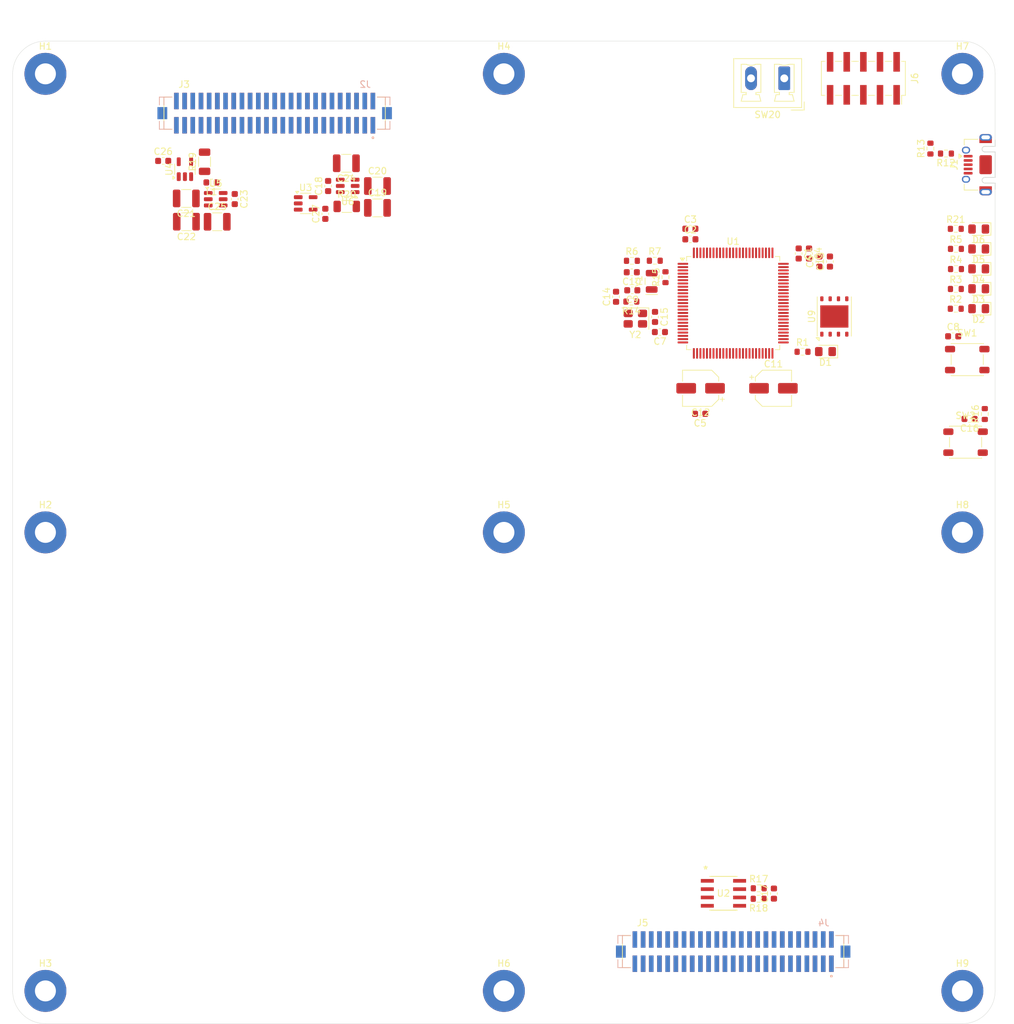
<source format=kicad_pcb>
(kicad_pcb (version 20241229) (generator "pcbnew") (generator_version "9.0")
  (layers (0 "F.Cu" signal "F.Cu(SIG)") (4 "In1.Cu" power "In1.Cu(GND)") (6 "In2.Cu" mixed "In2.Cu(PWR)") (8 "In3.Cu" signal "In3.Cu(ISIG)") (10 "In4.Cu" power "In4.Cu(GND)") (2 "B.Cu" signal "B.Cu(SIG)") (13 "F.Paste" user) (15 "B.Paste" user) (5 "F.SilkS" user "F.Silkscreen") (7 "B.SilkS" user "B.Silkscreen") (1 "F.Mask" user) (3 "B.Mask" user) (25 "Edge.Cuts" user))
  (net 0 "")
  (net 1 "GND")
  (net 2 "VDDA")
  (net 3 "NRST{slash}RESET")
  (net 4 "PC15{slash}LSE_OUT")
  (net 5 "PH1{slash}HSE_OUT")
  (net 6 "PH3{slash}BOOT0")
  (net 7 "/Mezzanine Connectors/Mez9")
  (net 8 "VBUS")
  (net 9 "/Mezzanine Connectors/Mez30")
  (net 10 "FLTCLK_P")
  (net 11 "/Mezzanine Connectors/Mez37")
  (net 12 "/Mezzanine Connectors/Mez28")
  (net 13 "FLTCLK_N")
  (net 14 "/Mezzanine Connectors/Mez15")
  (net 15 "/Mezzanine Connectors/Mez44")
  (net 16 "/Mezzanine Connectors/Mez14")
  (net 17 "/Mezzanine Connectors/Mez12")
  (net 18 "/Mezzanine Connectors/Mez34")
  (net 19 "/Mezzanine Connectors/Mez19")
  (net 20 "/Mezzanine Connectors/Mez43")
  (net 21 "/Mezzanine Connectors/Mez20")
  (net 22 "/Mezzanine Connectors/Mez45")
  (net 23 "/Mezzanine Connectors/Mez31")
  (net 24 "/Mezzanine Connectors/Mez10")
  (net 25 "/Mezzanine Connectors/Mez42")
  (net 26 "/Mezzanine Connectors/Mez27")
  (net 27 "/Mezzanine Connectors/Mez6")
  (net 28 "/Mezzanine Connectors/Mez21")
  (net 29 "/Mezzanine Connectors/Mez35")
  (net 30 "/Mezzanine Connectors/Mez33")
  (net 31 "/Mezzanine Connectors/Mez36")
  (net 32 "/Mezzanine Connectors/Mez46")
  (net 33 "/Mezzanine Connectors/Mez5")
  (net 34 "/Mezzanine Connectors/Mez23")
  (net 35 "/Mezzanine Connectors/Mez40")
  (net 36 "/Mezzanine Connectors/Mez32")
  (net 37 "/Mezzanine Connectors/Mez18")
  (net 38 "/Mezzanine Connectors/Mez8")
  (net 39 "/Mezzanine Connectors/Mez22")
  (net 40 "/Mezzanine Connectors/Mez16")
  (net 41 "/Mezzanine Connectors/Mez7")
  (net 42 "/Mezzanine Connectors/Mez17")
  (net 43 "/Mezzanine Connectors/Mez38")
  (net 44 "/Mezzanine Connectors/Mez24")
  (net 45 "/Mezzanine Connectors/Mez41")
  (net 46 "/Mezzanine Connectors/Mez29")
  (net 47 "/Mezzanine Connectors/Mez11")
  (net 48 "/Mezzanine Connectors/Mez39")
  (net 49 "/Mezzanine Connectors/Mez13")
  (net 50 "/Mezzanine Connectors/Mez59")
  (net 51 "/Mezzanine Connectors/Mez89")
  (net 52 "/Mezzanine Connectors/Mez68")
  (net 53 "/Mezzanine Connectors/Mez87")
  (net 54 "/Mezzanine Connectors/Mez66")
  (net 55 "/Mezzanine Connectors/Mez86")
  (net 56 "/Mezzanine Connectors/Mez58")
  (net 57 "/Mezzanine Connectors/Mez63")
  (net 58 "/Mezzanine Connectors/Mez56")
  (net 59 "/Mezzanine Connectors/Mez97")
  (net 60 "/Mezzanine Connectors/Mez84")
  (net 61 "/Mezzanine Connectors/Mez65")
  (net 62 "/Mezzanine Connectors/Mez90")
  (net 63 "/Mezzanine Connectors/Mez70")
  (net 64 "/Mezzanine Connectors/Mez93")
  (net 65 "/Mezzanine Connectors/Mez88")
  (net 66 "/Mezzanine Connectors/Mez82")
  (net 67 "/Mezzanine Connectors/Mez72")
  (net 68 "/Mezzanine Connectors/Mez62")
  (net 69 "/Mezzanine Connectors/Mez81")
  (net 70 "/Mezzanine Connectors/Mez80")
  (net 71 "/Mezzanine Connectors/Mez92")
  (net 72 "/Mezzanine Connectors/Mez57")
  (net 73 "/Mezzanine Connectors/Mez96")
  (net 74 "/Mezzanine Connectors/Mez95")
  (net 75 "/Mezzanine Connectors/Mez60")
  (net 76 "/Mezzanine Connectors/Mez64")
  (net 77 "/Mezzanine Connectors/Mez67")
  (net 78 "/Mezzanine Connectors/Mez94")
  (net 79 "/Mezzanine Connectors/Mez83")
  (net 80 "/Mezzanine Connectors/Mez54")
  (net 81 "/Mezzanine Connectors/Mez55")
  (net 82 "/Mezzanine Connectors/Mez69")
  (net 83 "/Mezzanine Connectors/Mez85")
  (net 84 "/Mezzanine Connectors/Mez61")
  (net 85 "/Mezzanine Connectors/Mez79")
  (net 86 "/Mezzanine Connectors/Mez91")
  (net 87 "/Mezzanine Connectors/Mez71")
  (net 88 "PA13{slash}SWDIO")
  (net 89 "PA14{slash}SWCLK")
  (net 90 "STATUS_LED_1")
  (net 91 "STATUS_LED_2")
  (net 92 "STATUS_LED_3")
  (net 93 "STATUS_LED_4")
  (net 94 "PC0{slash}ADC4_1")
  (net 95 "USB_D-")
  (net 96 "PA9{slash}USB_OTG_FS_VBUS")
  (net 97 "PH0{slash}HSE_IN")
  (net 98 "PC14{slash}LSE_IN")
  (net 100 "Net-(C10-Pad1)")
  (net 104 "Net-(C14-Pad1)")
  (net 109 "PA10{slash}USB_OTG_FS_ID")
  (net 110 "USB_D+")
  (net 116 "Net-(C17-Pad1)")
  (net 118 "PD0{slash}FDCAN1_RX")
  (net 121 "+3.3V")
  (net 126 "PA8{slash}USB_OTG_FS_SOF")
  (net 127 "Net-(U1-VCAP)")
  (net 129 "Net-(U6-SW)")
  (net 133 "Net-(U6-BST)")
  (net 137 "CANH_P")
  (net 138 "Net-(U3-+)")
  (net 139 "Net-(U4-+)")
  (net 143 "Net-(U5-BST)")
  (net 144 "CANL_N")
  (net 148 "PC9{slash}OTG_FS_NOE")
  (net 149 "PD1{slash}FDCAN1_TX")
  (net 153 "Net-(U5-SW)")
  (net 162 "+5V")
  (net 167 "Net-(D1-A)")
  (net 173 "CANTRX_STBY")
  (net 174 "Net-(D2-A)")
  (net 175 "Net-(D3-A)")
  (net 176 "Net-(D4-A)")
  (net 177 "Net-(D5-A)")
  (net 178 "Net-(D6-A)")
  (net 182 "STATUS_LED_5")
  (net 183 "BZR_Prg")
  (net 184 "CAN+")
  (net 185 "FLASH_SPI2_SCK")
  (net 186 "RGB_LED_RED")
  (net 187 "USB_C_PWR_DLVRY_Dead_Batt_Func")
  (net 188 "FLASH_SPI2_MOSI")
  (net 189 "USB_C_PWR_DLVRY")
  (net 190 "FLASH_SPI2_MISO")
  (net 191 "FLASH_CS")
  (net 192 "RGB_LED_BLU")
  (net 193 "RGB_LED_GRN")
  (net 194 "I_5")
  (net 195 "I_3.3")
  (net 196 "USB_5V")
  (net 197 "CAN-")
  (footprint "Capacitor_SMD:C_0603_1608Metric" (layer "F.Cu") (at 495.005 207.425 -90)
    (property "Reference" "C1" (at 0 -1.43 90) (layer "F.SilkS"))
    (property "Value" "100n")
    (pad "1" smd roundrect (at -0.775 0 270) (size 0.9 0.95) (layers "F.Cu" "F.Mask" "F.Paste") (net 121 "+3.3V"))
    (pad "2" smd roundrect (at 0.775 0 270) (size 0.9 0.95) (layers "F.Cu" "F.Mask" "F.Paste") (net 1 "GND"))
  )
  (footprint "Connector_USB:USB_Micro-AB_Molex_47590-0001" (layer "F.Cu") (at 523.9 193.87 90)
    (property "Reference" "J1" (at 0 -5.15 90) (layer "F.SilkS"))
    (property "Value" "USB_OTG")
    (fp_line (start 2.8 -0.475) (end 2.8 1.1) (stroke (width 0.1)) (layer "Edge.Cuts"))
    (fp_line (start 1.95 -0.475) (end 1.95 1.1) (stroke (width 0.1)) (layer "Edge.Cuts"))
    (fp_line (start -1.95 -0.475) (end -1.95 1.1) (stroke (width 0.1)) (layer "Edge.Cuts"))
    (fp_line (start -2.8 -0.475) (end -2.8 1.1) (stroke (width 0.1)) (layer "Edge.Cuts"))
    (fp_line (start 2.8 1.1) (end 3.75 1.1) (stroke (width 0.1)) (layer "Edge.Cuts"))
    (fp_line (start -1.95 1.1) (end 1.95 1.1) (stroke (width 0.1)) (layer "Edge.Cuts"))
    (fp_line (start -3.75 1.1) (end -2.8 1.1) (stroke (width 0.1)) (layer "Edge.Cuts"))
    (fp_arc (start 1.95 -0.475) (mid 2.375 -0.9) (end 2.8 -0.475) (stroke (width 0.1)) (layer "Edge.Cuts"))
    (fp_arc (start -2.8 -0.475) (mid -2.375 -0.9) (end -1.95 -0.475) (stroke (width 0.1)) (layer "Edge.Cuts"))
    (pad "1" smd roundrect (at 1.3 -3.025 90) (size 0.4 1.35) (layers "F.Cu" "F.Mask" "F.Paste") (net 196 "USB_5V"))
    (pad "2" smd roundrect (at 0.65 -3.025 90) (size 0.4 1.35) (layers "F.Cu" "F.Mask" "F.Paste") (net 95 "USB_D-"))
    (pad "3" smd roundrect (at 0 -3.025 90) (size 0.4 1.35) (layers "F.Cu" "F.Mask" "F.Paste") (net 110 "USB_D+"))
    (pad "4" smd roundrect (at -0.65 -3.025 90) (size 0.4 1.35) (layers "F.Cu" "F.Mask" "F.Paste") (net 109 "PA10{slash}USB_OTG_FS_ID"))
    (pad "5" smd roundrect (at -1.3 -3.025 90) (size 0.4 1.35) (layers "F.Cu" "F.Mask" "F.Paste") (net 1 "GND"))
    (pad "6" thru_hole oval (at -4.175 -0.35 90) (size 1 1.9) (drill oval 0.6 1.3) (property pad_prop_heatsink) (layers "*.Cu" "*.Mask") (net 1 "GND"))
    (pad "6" smd rect (at -3.7375 -0.35 90) (size 0.875 1.9) (layers "F.Cu" "F.Mask") (net 1 "GND"))
    (pad "6" thru_hole oval (at -2.225 -3.35 90) (size 1.05 1.25) (drill oval 0.65 0.85) (property pad_prop_heatsink) (layers "*.Cu" "*.Mask") (net 1 "GND"))
    (pad "6" smd roundrect (at 0 -0.35 90) (size 2.9 1.9) (layers "F.Cu" "F.Mask" "F.Paste") (roundrect_rratio 0.1315789474) (net 1 "GND"))
    (pad "6" thru_hole oval (at 2.225 -3.35 90) (size 1.05 1.25) (drill oval 0.65 0.85) (property pad_prop_heatsink) (layers "*.Cu" "*.Mask") (net 1 "GND"))
    (pad "6" smd rect (at 3.7375 -0.35 90) (size 0.875 1.9) (layers "F.Cu" "F.Mask") (net 1 "GND"))
    (pad "6" thru_hole oval (at 4.175 -0.35 90) (size 1 1.9) (drill oval 0.6 1.3) (property pad_prop_heatsink) (layers "*.Cu" "*.Mask") (net 1 "GND"))
  )
  (footprint "Resistor_SMD:R_0603_1608Metric" (layer "F.Cu") (at 523.4175 231.93 90)
    (property "Reference" "R16" (at 0 -1.43 90) (layer "F.SilkS"))
    (property "Value" "10k")
    (pad "1" smd roundrect (at -0.825 0 90) (size 0.8 0.95) (layers "F.Cu" "F.Mask" "F.Paste") (net 6 "PH3{slash}BOOT0"))
    (pad "2" smd roundrect (at 0.825 0 90) (size 0.8 0.95) (layers "F.Cu" "F.Mask" "F.Paste") (net 1 "GND"))
  )
  (footprint "Capacitor_SMD:C_0603_1608Metric" (layer "F.Cu") (at 518.59 220.07)
    (property "Reference" "C8" (at 0 -1.43 0) (layer "F.SilkS"))
    (property "Value" "100nF")
    (pad "1" smd roundrect (at -0.775 0) (size 0.9 0.95) (layers "F.Cu" "F.Mask" "F.Paste") (net 1 "GND"))
    (pad "2" smd roundrect (at 0.775 0) (size 0.9 0.95) (layers "F.Cu" "F.Mask" "F.Paste") (net 3 "NRST{slash}RESET"))
  )
  (footprint "Package_TO_SOT_SMD:SOT-23-5" (layer "F.Cu") (at 401.3 194.5575 90)
    (property "Reference" "U4" (at 0 -2.4 90) (layer "F.SilkS"))
    (property "Value" "INA180A4")
    (pad "1" smd roundrect (at -1.1375 -0.95 90) (size 1.325 0.6) (layers "F.Cu" "F.Mask" "F.Paste") (net 195 "I_3.3"))
    (pad "2" smd roundrect (at -1.1375 0 90) (size 1.325 0.6) (layers "F.Cu" "F.Mask" "F.Paste") (net 1 "GND"))
    (pad "3" smd roundrect (at -1.1375 0.95 90) (size 1.325 0.6) (layers "F.Cu" "F.Mask" "F.Paste") (net 139 "Net-(U4-+)"))
    (pad "4" smd roundrect (at 1.1375 0.95 90) (size 1.325 0.6) (layers "F.Cu" "F.Mask" "F.Paste") (net 121 "+3.3V"))
    (pad "5" smd roundrect (at 1.1375 -0.95 90) (size 1.325 0.6) (layers "F.Cu" "F.Mask" "F.Paste") (net 162 "+5V"))
  )
  (footprint "Resistor_SMD:R_0603_1608Metric" (layer "F.Cu") (at 469.54 208.54)
    (property "Reference" "R6" (at 0 -1.43 0) (layer "F.SilkS"))
    (property "Value" "22k")
    (pad "1" smd roundrect (at -0.825 0) (size 0.8 0.95) (layers "F.Cu" "F.Mask" "F.Paste") (net 121 "+3.3V"))
    (pad "2" smd roundrect (at 0.825 0) (size 0.8 0.95) (layers "F.Cu" "F.Mask" "F.Paste") (net 94 "PC0{slash}ADC4_1"))
  )
  (footprint "Package_TO_SOT_SMD:TSOT-23-6" (layer "F.Cu") (at 426.1525 197.11 180)
    (property "Reference" "U6" (at 0 -2.4 0) (layer "F.SilkS"))
    (property "Value" "AP63205WU")
    (pad "1" smd roundrect (at -1.1375 -0.95 180) (size 1.325 0.6) (layers "F.Cu" "F.Mask" "F.Paste") (net 138 "Net-(U3-+)"))
    (pad "2" smd roundrect (at -1.1375 0 180) (size 1.325 0.6) (layers "F.Cu" "F.Mask" "F.Paste") (net 8 "VBUS"))
    (pad "3" smd roundrect (at -1.1375 0.95 180) (size 1.325 0.6) (layers "F.Cu" "F.Mask" "F.Paste") (net 8 "VBUS"))
    (pad "4" smd roundrect (at 1.1375 0.95 180) (size 1.325 0.6) (layers "F.Cu" "F.Mask" "F.Paste") (net 1 "GND"))
    (pad "5" smd roundrect (at 1.1375 0 180) (size 1.325 0.6) (layers "F.Cu" "F.Mask" "F.Paste") (net 129 "Net-(U6-SW)"))
    (pad "6" smd roundrect (at 1.1375 -0.95 180) (size 1.325 0.6) (layers "F.Cu" "F.Mask" "F.Paste") (net 133 "Net-(U6-BST)"))
  )
  (footprint "Button_Switch_SMD:SW_SPST_PTS647_Sx38" (layer "F.Cu") (at 520.74 223.62)
    (property "Reference" "SW1" (at 0 -4.05 0) (layer "F.SilkS"))
    (property "Value" "SW_Push")
    (pad "1" smd roundrect (at -2.625 -1.6) (size 1.55 1) (layers "F.Cu" "F.Mask" "F.Paste") (net 3 "NRST{slash}RESET"))
    (pad "1" smd roundrect (at 2.625 -1.6) (size 1.55 1) (layers "F.Cu" "F.Mask" "F.Paste") (net 3 "NRST{slash}RESET"))
    (pad "2" smd roundrect (at -2.625 1.6) (size 1.55 1) (layers "F.Cu" "F.Mask" "F.Paste") (net 1 "GND"))
    (pad "2" smd roundrect (at 2.625 1.6) (size 1.55 1) (layers "F.Cu" "F.Mask" "F.Paste") (net 1 "GND"))
  )
  (footprint "Capacitor_SMD:CP_Elec_5x5.9" (layer "F.Cu") (at 480.03 228 180)
    (property "Reference" "C12" (at 0 -3.7 0) (layer "F.SilkS"))
    (property "Value" "10u")
    (pad "1" smd roundrect (at -2.2 0 180) (size 3 1.6) (layers "F.Cu" "F.Mask" "F.Paste") (roundrect_rratio 0.15625) (net 121 "+3.3V"))
    (pad "2" smd roundrect (at 2.2 0 180) (size 3 1.6) (layers "F.Cu" "F.Mask" "F.Paste") (roundrect_rratio 0.15625) (net 1 "GND"))
  )
  (footprint "MountingHole:MountingHole_3.2mm_M3_Pad" (layer "F.Cu") (at 520 250)
    (property "Reference" "H8" (at 0 -4.2 0) (layer "F.SilkS"))
    (property "Value" "MountingHole_Pad")
    (pad "1" thru_hole circle (at 0 0) (size 6.4 6.4) (drill 3.2) (layers "*.Cu" "*.Mask") (net 1 "GND"))
  )
  (footprint "Resistor_SMD:R_0603_1608Metric" (layer "F.Cu") (at 495.59 222.43)
    (property "Reference" "R1" (at 0 -1.43 0) (layer "F.SilkS"))
    (property "Value" "680")
    (pad "1" smd roundrect (at -0.825 0) (size 0.8 0.95) (layers "F.Cu" "F.Mask" "F.Paste") (net 121 "+3.3V"))
    (pad "2" smd roundrect (at 0.825 0) (size 0.8 0.95) (layers "F.Cu" "F.Mask" "F.Paste") (net 167 "Net-(D1-A)"))
  )
  (footprint "Harwin_Conn_SMT:HARWIN_G125-FS15005L0R" (layer "F.Cu") (at 415 186)
    (property "Reference" "J3" (at -13.825 -4.385 0) (layer "F.SilkS"))
    (property "Value" "G125-FS15005L0R")
    (pad "1" smd rect (at 15 1.85) (size 0.7 2.5) (layers "F.Cu" "F.Mask" "F.Paste") (net 1 "GND"))
    (pad "2" smd rect (at 13.75 1.85) (size 0.7 2.5) (layers "F.Cu" "F.Mask" "F.Paste") (net 8 "VBUS"))
    (pad "3" smd rect (at 12.5 1.85) (size 0.7 2.5) (layers "F.Cu" "F.Mask" "F.Paste") (net 8 "VBUS"))
    (pad "4" smd rect (at 11.25 1.85) (size 0.7 2.5) (layers "F.Cu" "F.Mask" "F.Paste") (net 1 "GND"))
    (pad "5" smd rect (at 10 1.85) (size 0.7 2.5) (layers "F.Cu" "F.Mask" "F.Paste") (net 33 "/Mezzanine Connectors/Mez5"))
    (pad "6" smd rect (at 8.75 1.85) (size 0.7 2.5) (layers "F.Cu" "F.Mask" "F.Paste") (net 27 "/Mezzanine Connectors/Mez6"))
    (pad "7" smd rect (at 7.5 1.85) (size 0.7 2.5) (layers "F.Cu" "F.Mask" "F.Paste") (net 41 "/Mezzanine Connectors/Mez7"))
    (pad "8" smd rect (at 6.25 1.85) (size 0.7 2.5) (layers "F.Cu" "F.Mask" "F.Paste") (net 38 "/Mezzanine Connectors/Mez8"))
    (pad "9" smd rect (at 5 1.85) (size 0.7 2.5) (layers "F.Cu" "F.Mask" "F.Paste") (net 7 "/Mezzanine Connectors/Mez9"))
    (pad "10" smd rect (at 3.75 1.85) (size 0.7 2.5) (layers "F.Cu" "F.Mask" "F.Paste") (net 24 "/Mezzanine Connectors/Mez10"))
    (pad "11" smd rect (at 2.5 1.85) (size 0.7 2.5) (layers "F.Cu" "F.Mask" "F.Paste") (net 47 "/Mezzanine Connectors/Mez11"))
    (pad "12" smd rect (at 1.25 1.85) (size 0.7 2.5) (layers "F.Cu" "F.Mask" "F.Paste") (net 17 "/Mezzanine Connectors/Mez12"))
    (pad "13" smd rect (at 0 1.85) (size 0.7 2.5) (layers "F.Cu" "F.Mask" "F.Paste") (net 49 "/Mezzanine Connectors/Mez13"))
    (pad "14" smd rect (at -1.25 1.85) (size 0.7 2.5) (layers "F.Cu" "F.Mask" "F.Paste") (net 16 "/Mezzanine Connectors/Mez14"))
    (pad "15" smd rect (at -2.5 1.85) (size 0.7 2.5) (layers "F.Cu" "F.Mask" "F.Paste") (net 14 "/Mezzanine Connectors/Mez15"))
    (pad "16" smd rect (at -3.75 1.85) (size 0.7 2.5) (layers "F.Cu" "F.Mask" "F.Paste") (net 40 "/Mezzanine Connectors/Mez16"))
    (pad "17" smd rect (at -5 1.85) (size 0.7 2.5) (layers "F.Cu" "F.Mask" "F.Paste") (net 42 "/Mezzanine Connectors/Mez17"))
    (pad "18" smd rect (at -6.25 1.85) (size 0.7 2.5) (layers "F.Cu" "F.Mask" "F.Paste") (net 37 "/Mezzanine Connectors/Mez18"))
    (pad "19" smd rect (at -7.5 1.85) (size 0.7 2.5) (layers "F.Cu" "F.Mask" "F.Paste") (net 19 "/Mezzanine Connectors/Mez19"))
    (pad "20" smd rect (at -8.75 1.85) (size 0.7 2.5) (layers "F.Cu" "F.Mask" "F.Paste") (net 21 "/Mezzanine Connectors/Mez20"))
    (pad "21" smd rect (at -10 1.85) (size 0.7 2.5) (layers "F.Cu" "F.Mask" "F.Paste") (net 28 "/Mezzanine Connectors/Mez21"))
    (pad "22" smd rect (at -11.25 1.85) (size 0.7 2.5) (layers "F.Cu" "F.Mask" "F.Paste") (net 39 "/Mezzanine Connectors/Mez22"))
    (pad "23" smd rect (at -12.5 1.85) (size 0.7 2.5) (layers "F.Cu" "F.Mask" "F.Paste") (net 34 "/Mezzanine Connectors/Mez23"))
    (pad "24" smd rect (at -13.75 1.85) (size 0.7 2.5) (layers "F.Cu" "F.Mask" "F.Paste") (net 44 "/Mezzanine Connectors/Mez24"))
    (pad "25" smd rect (at -15 1.85) (size 0.7 2.5) (layers "F.Cu" "F.Mask" "F.Paste") (net 1 "GND"))
    (pad "26" smd rect (at 15 -1.85) (size 0.7 2.5) (layers "F.Cu" "F.Mask" "F.Paste") (net 1 "GND"))
    (pad "27" smd rect (at 13.75 -1.85) (size 0.7 2.5) (layers "F.Cu" "F.Mask" "F.Paste") (net 8 "VBUS"))
    (pad "28" smd rect (at 12.5 -1.85) (size 0.7 2.5) (layers "F.Cu" "F.Mask" "F.Paste") (net 8 "VBUS"))
    (pad "29" smd rect (at 11.25 -1.85) (size 0.7 2.5) (layers "F.Cu" "F.Mask" "F.Paste") (net 1 "GND"))
    (pad "30" smd rect (at 10 -1.85) (size 0.7 2.5) (layers "F.Cu" "F.Mask" "F.Paste") (net 32 "/Mezzanine Connectors/Mez46"))
    (pad "31" smd rect (at 8.75 -1.85) (size 0.7 2.5) (layers "F.Cu" "F.Mask" "F.Paste") (net 22 "/Mezzanine Connectors/Mez45"))
    (pad "32" smd rect (at 7.5 -1.85) (size 0.7 2.5) (layers "F.Cu" "F.Mask" "F.Paste") (net 15 "/Mezzanine Connectors/Mez44"))
    (pad "33" smd rect (at 6.25 -1.85) (size 0.7 2.5) (layers "F.Cu" "F.Mask" "F.Paste") (net 20 "/Mezzanine Connectors/Mez43"))
    (pad "34" smd rect (at 5 -1.85) (size 0.7 2.5) (layers "F.Cu" "F.Mask" "F.Paste") (net 25 "/Mezzanine Connectors/Mez42"))
    (pad "35" smd rect (at 3.75 -1.85) (size 0.7 2.5) (layers "F.Cu" "F.Mask" "F.Paste") (net 45 "/Mezzanine Connectors/Mez41"))
    (pad "36" smd rect (at 2.5 -1.85) (size 0.7 2.5) (layers "F.Cu" "F.Mask" "F.Paste") (net 35 "/Mezzanine Connectors/Mez40"))
    (pad "37" smd rect (at 1.25 -1.85) (size 0.7 2.5) (layers "F.Cu" "F.Mask" "F.Paste") (net 48 "/Mezzanine Connectors/Mez39"))
    (pad "38" smd rect (at 0 -1.85) (size 0.7 2.5) (layers "F.Cu" "F.Mask" "F.Paste") (net 43 "/Mezzanine Connectors/Mez38"))
    (pad "39" smd rect (at -1.25 -1.85) (size 0.7 2.5) (layers "F.Cu" "F.Mask" "F.Paste") (net 11 "/Mezzanine Connectors/Mez37"))
    (pad "40" smd rect (at -2.5 -1.85) (size 0.7 2.5) (layers "F.Cu" "F.Mask" "F.Paste") (net 31 "/Mezzanine Connectors/Mez36"))
    (pad "41" smd rect (at -3.75 -1.85) (size 0.7 2.5) (layers "F.Cu" "F.Mask" "F.Paste") (net 29 "/Mezzanine Connectors/Mez35"))
    (pad "42" smd rect (at -5 -1.85) (size 0.7 2.5) (layers "F.Cu" "F.Mask" "F.Paste") (net 18 "/Mezzanine Connectors/Mez34"))
    (pad "43" smd rect (at -6.25 -1.85) (size 0.7 2.5) (layers "F.Cu" "F.Mask" "F.Paste") (net 30 "/Mezzanine Connectors/Mez33"))
    (pad "44" smd rect (at -7.5 -1.85) (size 0.7 2.5) (layers "F.Cu" "F.Mask" "F.Paste") (net 36 "/Mezzanine Connectors/Mez32"))
    (pad "45" smd rect (at -8.75 -1.85) (size 0.7 2.5) (layers "F.Cu" "F.Mask" "F.Paste") (net 23 "/Mezzanine Connectors/Mez31"))
    (pad "46" smd rect (at -10 -1.85) (size 0.7 2.5) (layers "F.Cu" "F.Mask" "F.Paste") (net 9 "/Mezzanine Connectors/Mez30"))
    (pad "47" smd rect (at -11.25 -1.85) (size 0.7 2.5) (layers "F.Cu" "F.Mask" "F.Paste") (net 46 "/Mezzanine Connectors/Mez29"))
    (pad "48" smd rect (at -12.5 -1.85) (size 0.7 2.5) (layers "F.Cu" "F.Mask" "F.Paste") (net 12 "/Mezzanine Connectors/Mez28"))
    (pad "49" smd rect (at -13.75 -1.85) (size 0.7 2.5) (layers "F.Cu" "F.Mask" "F.Paste") (net 26 "/Mezzanine Connectors/Mez27"))
    (pad "50" smd rect (at -15 -1.85) (size 0.7 2.5) (layers "F.Cu" "F.Mask" "F.Paste") (net 1 "GND"))
  )
  (footprint "Capacitor_SMD:C_0603_1608Metric" (layer "F.Cu") (at 423.165 197.125 90)
    (property "Reference" "C18" (at 0 -1.43 90) (layer "F.SilkS"))
    (property "Value" "100n")
    (pad "1" smd roundrect (at -0.775 0 90) (size 0.9 0.95) (layers "F.Cu" "F.Mask" "F.Paste") (net 133 "Net-(U6-BST)"))
    (pad "2" smd roundrect (at 0.775 0 90) (size 0.9 0.95) (layers "F.Cu" "F.Mask" "F.Paste") (net 129 "Net-(U6-SW)"))
  )
  (footprint "Resistor_SMD:R_1206_3216Metric" (layer "F.Cu") (at 426.005 200.24)
    (property "Reference" "R20" (at 0 -1.83 0) (layer "F.SilkS"))
    (property "Value" "1m")
    (pad "1" smd roundrect (at -1.4625 0) (size 1.125 1.75) (layers "F.Cu" "F.Mask" "F.Paste") (roundrect_rratio 0.222222) (net 162 "+5V"))
    (pad "2" smd roundrect (at 1.4625 0) (size 1.125 1.75) (layers "F.Cu" "F.Mask" "F.Paste") (roundrect_rratio 0.222222) (net 138 "Net-(U3-+)"))
  )
  (footprint "LED_SMD:LED_0805_2012Metric_Pad1.15x1.40mm_HandSolder" (layer "F.Cu") (at 522.495 209.77 180)
    (property "Reference" "D4" (at 0 -1.65 0) (layer "F.SilkS"))
    (property "Value" "GRN_LED")
    (pad "1" smd roundrect (at -1.025 0 180) (size 1.15 1.4) (layers "F.Cu" "F.Mask" "F.Paste") (roundrect_rratio 0.217391) (net 1 "GND"))
    (pad "2" smd roundrect (at 1.025 0 180) (size 1.15 1.4) (layers "F.Cu" "F.Mask" "F.Paste") (roundrect_rratio 0.217391) (net 176 "Net-(D4-A)"))
  )
  (footprint "Capacitor_SMD:C_0603_1608Metric" (layer "F.Cu") (at 491.2219 305.14 90)
    (property "Reference" "C17" (at 0 -1.43 90) (layer "F.SilkS"))
    (property "Value" "100n")
    (pad "1" smd roundrect (at -0.775 0 90) (size 0.9 0.95) (layers "F.Cu" "F.Mask" "F.Paste") (net 116 "Net-(C17-Pad1)"))
    (pad "2" smd roundrect (at 0.775 0 90) (size 0.9 0.95) (layers "F.Cu" "F.Mask" "F.Paste") (net 1 "GND"))
  )
  (footprint "Resistor_SMD:R_1206_3216Metric" (layer "F.Cu") (at 404.3 193.42 90)
    (property "Reference" "R19" (at 0 -1.83 90) (layer "F.SilkS"))
    (property "Value" "1m")
    (pad "1" smd roundrect (at -1.4625 0 90) (size 1.125 1.75) (layers "F.Cu" "F.Mask" "F.Paste") (roundrect_rratio 0.222222) (net 139 "Net-(U4-+)"))
    (pad "2" smd roundrect (at 1.4625 0 90) (size 1.125 1.75) (layers "F.Cu" "F.Mask" "F.Paste") (roundrect_rratio 0.222222) (net 121 "+3.3V"))
  )
  (footprint "MountingHole:MountingHole_3.2mm_M3_Pad" (layer "F.Cu") (at 380 250)
    (property "Reference" "H2" (at 0 -4.2 0) (layer "F.SilkS"))
    (property "Value" "MountingHole_Pad")
    (pad "1" thru_hole circle (at 0 0) (size 6.4 6.4) (drill 3.2) (layers "*.Cu" "*.Mask") (net 1 "GND"))
  )
  (footprint "LED_SMD:LED_0805_2012Metric_Pad1.15x1.40mm_HandSolder" (layer "F.Cu") (at 522.495 206.73 180)
    (property "Reference" "D5" (at 0 -1.65 0) (layer "F.SilkS"))
    (property "Value" "AMBR_LED")
    (pad "1" smd roundrect (at -1.025 0 180) (size 1.15 1.4) (layers "F.Cu" "F.Mask" "F.Paste") (roundrect_rratio 0.217391) (net 1 "GND"))
    (pad "2" smd roundrect (at 1.025 0 180) (size 1.15 1.4) (layers "F.Cu" "F.Mask" "F.Paste") (roundrect_rratio 0.217391) (net 177 "Net-(D5-A)"))
  )
  (footprint "MountingHole:MountingHole_3.2mm_M3_Pad" (layer "F.Cu") (at 450 320)
    (property "Reference" "H6" (at 0 -4.2 0) (layer "F.SilkS"))
    (property "Value" "MountingHole_Pad")
    (pad "1" thru_hole circle (at 0 0) (size 6.4 6.4) (drill 3.2) (layers "*.Cu" "*.Mask") (net 1 "GND"))
  )
  (footprint "Capacitor_SMD:C_0603_1608Metric" (layer "F.Cu") (at 473.82 219.42 180)
    (property "Reference" "C7" (at 0 -1.43 0) (layer "F.SilkS"))
    (property "Value" "100n")
    (pad "1" smd roundrect (at -0.775 0 180) (size 0.9 0.95) (layers "F.Cu" "F.Mask" "F.Paste") (net 2 "VDDA"))
    (pad "2" smd roundrect (at 0.775 0 180) (size 0.9 0.95) (layers "F.Cu" "F.Mask" "F.Paste") (net 1 "GND"))
  )
  (footprint "Harwin_Conn_SMT:SOIC8_4P9X3P9MC_MCH" (layer "F.Cu") (at 483.52 305.1)
    (property "Reference" "U2" (at 0 0 0) (layer "F.SilkS"))
    (property "Value" "ATA6561-GAQW-N")
    (fp_text user "*" (at -2.7178 -3.6068 0) (layer "F.SilkS"))
    (fp_text user "*" (at -2.7178 -3.6068 0) (layer "F.SilkS"))
    (pad "1" smd rect (at -2.4638 -1.905) (size 1.9812 0.5588) (layers "F.Cu" "F.Mask" "F.Paste") (net 149 "PD1{slash}FDCAN1_TX"))
    (pad "2" smd rect (at -2.4638 -0.635) (size 1.9812 0.5588) (layers "F.Cu" "F.Mask" "F.Paste") (net 1 "GND"))
    (pad "3" smd rect (at -2.4638 0.635) (size 1.9812 0.5588) (layers "F.Cu" "F.Mask" "F.Paste") (net 162 "+5V"))
    (pad "4" smd rect (at -2.4638 1.905) (size 1.9812 0.5588) (layers "F.Cu" "F.Mask" "F.Paste") (net 118 "PD0{slash}FDCAN1_RX"))
    (pad "5" smd rect (at 2.4638 1.905) (size 1.9812 0.5588) (layers "F.Cu" "F.Mask" "F.Paste") (net 121 "+3.3V"))
    (pad "6" smd rect (at 2.4638 0.635) (size 1.9812 0.5588) (layers "F.Cu" "F.Mask" "F.Paste") (net 197 "CAN-"))
    (pad "7" smd rect (at 2.4638 -0.635) (size 1.9812 0.5588) (layers "F.Cu" "F.Mask" "F.Paste") (net 184 "CAN+"))
    (pad "8" smd rect (at 2.4638 -1.905) (size 1.9812 0.5588) (layers "F.Cu" "F.Mask" "F.Paste") (net 173 "CANTRX_STBY"))
  )
  (footprint "LED_SMD:LED_0805_2012Metric_Pad1.15x1.40mm_HandSolder" (layer "F.Cu") (at 522.495 215.85 180)
    (property "Reference" "D2" (at 0 -1.65 0) (layer "F.SilkS"))
    (property "Value" "RED_LED")
    (pad "1" smd roundrect (at -1.025 0 180) (size 1.15 1.4) (layers "F.Cu" "F.Mask" "F.Paste") (roundrect_rratio 0.217391) (net 1 "GND"))
    (pad "2" smd roundrect (at 1.025 0 180) (size 1.15 1.4) (layers "F.Cu" "F.Mask" "F.Paste") (roundrect_rratio 0.217391) (net 174 "Net-(D2-A)"))
  )
  (footprint "MountingHole:MountingHole_3.2mm_M3_Pad" (layer "F.Cu") (at 450 250)
    (property "Reference" "H5" (at 0 -4.2 0) (layer "F.SilkS"))
    (property "Value" "MountingHole_Pad")
    (pad "1" thru_hole circle (at 0 0) (size 6.4 6.4) (drill 3.2) (layers "*.Cu" "*.Mask") (net 1 "GND"))
  )
  (footprint "Capacitor_SMD:C_0603_1608Metric" (layer "F.Cu") (at 496.585 207.425 -90)
    (property "Reference" "C4" (at 0 -1.43 90) (layer "F.SilkS"))
    (property "Value" "100n")
    (pad "1" smd roundrect (at -0.775 0 270) (size 0.9 0.95) (layers "F.Cu" "F.Mask" "F.Paste") (net 121 "+3.3V"))
    (pad "2" smd roundrect (at 0.775 0 270) (size 0.9 0.95) (layers "F.Cu" "F.Mask" "F.Paste") (net 1 "GND"))
  )
  (footprint "Capacitor_SMD:C_0603_1608Metric" (layer "F.Cu") (at 473.07 217.11 -90)
    (property "Reference" "C15" (at 0 -1.43 90) (layer "F.SilkS"))
    (property "Value" "C_Small")
    (pad "1" smd roundrect (at -0.775 0 270) (size 0.9 0.95) (layers "F.Cu" "F.Mask" "F.Paste") (net 5 "PH1{slash}HSE_OUT"))
    (pad "2" smd roundrect (at 0.775 0 270) (size 0.9 0.95) (layers "F.Cu" "F.Mask" "F.Paste") (net 1 "GND"))
  )
  (footprint "Inductor_SMD:L_0603_1608Metric" (layer "F.Cu") (at 405.355 196.58 180)
    (property "Reference" "L1" (at 0 -1.43 0) (layer "F.SilkS"))
    (property "Value" "3.9u")
    (pad "1" smd roundrect (at -0.7875 0 180) (size 0.875 0.95) (layers "F.Cu" "F.Mask" "F.Paste") (net 153 "Net-(U5-SW)"))
    (pad "2" smd roundrect (at 0.7875 0 180) (size 0.875 0.95) (layers "F.Cu" "F.Mask" "F.Paste") (net 139 "Net-(U4-+)"))
  )
  (footprint "MountingHole:MountingHole_3.2mm_M3_Pad" (layer "F.Cu") (at 380 180)
    (property "Reference" "H1" (at 0 -4.2 0) (layer "F.SilkS"))
    (property "Value" "MountingHole_Pad")
    (pad "1" thru_hole circle (at 0 0) (size 6.4 6.4) (drill 3.2) (layers "*.Cu" "*.Mask") (net 1 "GND"))
  )
  (footprint "MountingHole:MountingHole_3.2mm_M3_Pad" (layer "F.Cu") (at 520 320)
    (property "Reference" "H9" (at 0 -4.2 0) (layer "F.SilkS"))
    (property "Value" "MountingHole_Pad")
    (pad "1" thru_hole circle (at 0 0) (size 6.4 6.4) (drill 3.2) (layers "*.Cu" "*.Mask") (net 1 "GND"))
  )
  (footprint "Crystal:Crystal_SMD_MicroCrystal_CC7V-T1A-2Pin_3.2x1.5mm" (layer "F.Cu") (at 472.56 211.67 90)
    (property "Reference" "Y1" (at 0 -1.95 90) (layer "F.SilkS"))
    (property "Value" "32.768 kHz")
    (pad "1" smd roundrect (at -1.25 0 90) (size 1 1.8) (layers "F.Cu" "F.Mask" "F.Paste") (net 4 "PC15{slash}LSE_OUT"))
    (pad "2" smd roundrect (at 1.25 0 90) (size 1 1.8) (layers "F.Cu" "F.Mask" "F.Paste") (net 100 "Net-(C10-Pad1)"))
  )
  (footprint "Capacitor_SMD:C_1210_3225Metric" (layer "F.Cu") (at 430.695 197.13)
    (property "Reference" "C20" (at 0 -2.3 0) (layer "F.SilkS"))
    (property "Value" "22u")
    (pad "1" smd roundrect (at -1.475 0) (size 1.15 2.7) (layers "F.Cu" "F.Mask" "F.Paste") (roundrect_rratio 0.217391) (net 138 "Net-(U3-+)"))
    (pad "2" smd roundrect (at 1.475 0) (size 1.15 2.7) (layers "F.Cu" "F.Mask" "F.Paste") (roundrect_rratio 0.217391) (net 1 "GND"))
  )
  (footprint "Capacitor_SMD:C_0603_1608Metric" (layer "F.Cu") (at 469.525 210.29 180)
    (property "Reference" "C10" (at 0 -1.43 0) (layer "F.SilkS"))
    (property "Value" "C_Small")
    (pad "1" smd roundrect (at -0.775 0 180) (size 0.9 0.95) (layers "F.Cu" "F.Mask" "F.Paste") (net 100 "Net-(C10-Pad1)"))
    (pad "2" smd roundrect (at 0.775 0 180) (size 0.9 0.95) (layers "F.Cu" "F.Mask" "F.Paste") (net 1 "GND"))
  )
  (footprint "MountingHole:MountingHole_3.2mm_M3_Pad" (layer "F.Cu") (at 520 180)
    (property "Reference" "H7" (at 0 -4.2 0) (layer "F.SilkS"))
    (property "Value" "MountingHole_Pad")
    (pad "1" thru_hole circle (at 0 0) (size 6.4 6.4) (drill 3.2) (layers "*.Cu" "*.Mask") (net 1 "GND"))
  )
  (footprint "Package_SON:WSON-8-1EP_6x5mm_P1.27mm_EP3.4x4.3mm" (layer "F.Cu") (at 500.445 217.04 90)
    (property "Reference" "U9" (at 0 -3.45 90) (layer "F.SilkS"))
    (property "Value" "W25Q128JVP")
    (pad "1" smd roundrect (at -2.7 -1.905 90) (size 0.75 0.5) (layers "F.Cu" "F.Mask" "F.Paste") (net 191 "FLASH_CS"))
    (pad "2" smd roundrect (at -2.7 -0.635 90) (size 0.75 0.5) (layers "F.Cu" "F.Mask" "F.Paste") (net 188 "FLASH_SPI2_MOSI"))
    (pad "3" smd roundrect (at -2.7 0.635 90) (size 0.75 0.5) (layers "F.Cu" "F.Mask" "F.Paste") (net 121 "+3.3V"))
    (pad "4" smd roundrect (at -2.7 1.905 90) (size 0.75 0.5) (layers "F.Cu" "F.Mask" "F.Paste") (net 1 "GND"))
    (pad "5" smd roundrect (at 2.7 1.905 90) (size 0.75 0.5) (layers "F.Cu" "F.Mask" "F.Paste") (net 188 "FLASH_SPI2_MOSI"))
    (pad "6" smd roundrect (at 2.7 0.635 90) (size 0.75 0.5) (layers "F.Cu" "F.Mask" "F.Paste") (net 185 "FLASH_SPI2_SCK"))
    (pad "7" smd roundrect (at 2.7 -0.635 90) (size 0.75 0.5) (layers "F.Cu" "F.Mask" "F.Paste") (net 121 "+3.3V"))
    (pad "8" smd roundrect (at 2.7 -1.905 90) (size 0.75 0.5) (layers "F.Cu" "F.Mask" "F.Paste") (net 121 "+3.3V"))
    (pad "9" smd rect (at 0 0 90) (size 3.4 4.3) (property pad_prop_heatsink) (layers "F.Cu" "F.Mask") (net 1 "GND"))
  )
  (footprint "Capacitor_SMD:CP_Elec_5x5.9" (layer "F.Cu") (at 491.15 228)
    (property "Reference" "C11" (at 0 -3.7 0) (layer "F.SilkS"))
    (property "Value" "4.7u")
    (pad "1" smd roundrect (at -2.2 0) (size 3 1.6) (layers "F.Cu" "F.Mask" "F.Paste") (roundrect_rratio 0.15625) (net 127 "Net-(U1-VCAP)"))
    (pad "2" smd roundrect (at 2.2 0) (size 3 1.6) (layers "F.Cu" "F.Mask" "F.Paste") (roundrect_rratio 0.15625) (net 1 "GND"))
  )
  (footprint "Resistor_SMD:R_0603_1608Metric" (layer "F.Cu") (at 519.02 209.8)
    (property "Reference" "R4" (at 0 -1.43 0) (layer "F.SilkS"))
    (property "Value" "680")
    (pad "1" smd roundrect (at -0.825 0) (size 0.8 0.95) (layers "F.Cu" "F.Mask" "F.Paste") (net 92 "STATUS_LED_3"))
    (pad "2" smd roundrect (at 0.825 0) (size 0.8 0.95) (layers "F.Cu" "F.Mask" "F.Paste") (net 176 "Net-(D4-A)"))
  )
  (footprint "Capacitor_SMD:C_0603_1608Metric" (layer "F.Cu") (at 478.47 205.26)
    (property "Reference" "C2" (at 0 -1.43 0) (layer "F.SilkS"))
    (property "Value" "100n")
    (pad "1" smd roundrect (at -0.775 0) (size 0.9 0.95) (layers "F.Cu" "F.Mask" "F.Paste") (net 121 "+3.3V"))
    (pad "2" smd roundrect (at 0.775 0) (size 0.9 0.95) (layers "F.Cu" "F.Mask" "F.Paste") (net 1 "GND"))
  )
  (footprint "Capacitor_SMD:C_0603_1608Metric" (layer "F.Cu") (at 478.47 203.65)
    (property "Reference" "C3" (at 0 -1.43 0) (layer "F.SilkS"))
    (property "Value" "100n")
    (pad "1" smd roundrect (at -0.775 0) (size 0.9 0.95) (layers "F.Cu" "F.Mask" "F.Paste") (net 121 "+3.3V"))
    (pad "2" smd roundrect (at 0.775 0) (size 0.9 0.95) (layers "F.Cu" "F.Mask" "F.Paste") (net 1 "GND"))
  )
  (footprint "Resistor_SMD:R_0603_1608Metric" (layer "F.Cu") (at 488.8919 305.935 180)
    (property "Reference" "R18" (at 0 -1.43 0) (layer "F.SilkS"))
    (property "Value" "60")
    (pad "1" smd roundrect (at -0.825 0 180) (size 0.8 0.95) (layers "F.Cu" "F.Mask" "F.Paste") (net 116 "Net-(C17-Pad1)"))
    (pad "2" smd roundrect (at 0.825 0 180) (size 0.8 0.95) (layers "F.Cu" "F.Mask" "F.Paste") (net 197 "CAN-"))
  )
  (footprint "Resistor_SMD:R_0603_1608Metric" (layer "F.Cu") (at 474.67 211.045 90)
    (property "Reference" "R15" (at 0 -1.43 90) (layer "F.SilkS"))
    (property "Value" "R_Small_US")
    (pad "1" smd roundrect (at -0.825 0 90) (size 0.8 0.95) (layers "F.Cu" "F.Mask" "F.Paste") (net 98 "PC14{slash}LSE_IN"))
    (pad "2" smd roundrect (at 0.825 0 90) (size 0.8 0.95) (layers "F.Cu" "F.Mask" "F.Paste") (net 100 "Net-(C10-Pad1)"))
  )
  (footprint "Capacitor_SMD:C_0603_1608Metric" (layer "F.Cu") (at 479.96 231.9 180)
    (property "Reference" "C5" (at 0 -1.43 0) (layer "F.SilkS"))
    (property "Value" "100n")
    (pad "1" smd roundrect (at -0.775 0 180) (size 0.9 0.95) (layers "F.Cu" "F.Mask" "F.Paste") (net 121 "+3.3V"))
    (pad "2" smd roundrect (at 0.775 0 180) (size 0.9 0.95) (layers "F.Cu" "F.Mask" "F.Paste") (net 1 "GND"))
  )
  (footprint "Resistor_SMD:R_0603_1608Metric" (layer "F.Cu") (at 519.01 206.72)
    (property "Reference" "R5" (at 0 -1.43 0) (layer "F.SilkS"))
    (property "Value" "680")
    (pad "1" smd roundrect (at -0.825 0) (size 0.8 0.95) (layers "F.Cu" "F.Mask" "F.Paste") (net 93 "STATUS_LED_4"))
    (pad "2" smd roundrect (at 0.825 0) (size 0.8 0.95) (layers "F.Cu" "F.Mask" "F.Paste") (net 177 "Net-(D5-A)"))
  )
  (footprint "Capacitor_SMD:C_0603_1608Metric" (layer "F.Cu") (at 521.0925 232.68 180)
    (property "Reference" "C16" (at 0 -1.43 0) (layer "F.SilkS"))
    (property "Value" "100n")
    (pad "1" smd roundrect (at -0.775 0 180) (size 0.9 0.95) (layers "F.Cu" "F.Mask" "F.Paste") (net 6 "PH3{slash}BOOT0"))
    (pad "2" smd roundrect (at 0.775 0 180) (size 0.9 0.95) (layers "F.Cu" "F.Mask" "F.Paste") (net 1 "GND"))
  )
  (footprint "Capacitor_SMD:C_1210_3225Metric" (layer "F.Cu") (at 401.505 199.02 180)
    (property "Reference" "C21" (at 0 -2.3 0) (layer "F.SilkS"))
    (property "Value" "22u")
    (pad "1" smd roundrect (at -1.475 0 180) (size 1.15 2.7) (layers "F.Cu" "F.Mask" "F.Paste") (roundrect_rratio 0.217391) (net 139 "Net-(U4-+)"))
    (pad "2" smd roundrect (at 1.475 0 180) (size 1.15 2.7) (layers "F.Cu" "F.Mask" "F.Paste") (roundrect_rratio 0.217391) (net 1 "GND"))
  )
  (footprint "Capacitor_SMD:C_1210_3225Metric" (layer "F.Cu") (at 406.225 202.58)
    (property "Reference" "C25" (at 0 -2.3 0) (layer "F.SilkS"))
    (property "Value" "10u")
    (pad "1" smd roundrect (at -1.475 0) (size 1.15 2.7) (layers "F.Cu" "F.Mask" "F.Paste") (roundrect_rratio 0.217391) (net 8 "VBUS"))
    (pad "2" smd roundrect (at 1.475 0) (size 1.15 2.7) (layers "F.Cu" "F.Mask" "F.Paste") (roundrect_rratio 0.217391) (net 1 "GND"))
  )
  (footprint "Harwin_Conn_SMT:HARWIN_G125-FS15005L0R" (layer "F.Cu") (at 485 314)
    (property "Reference" "J5" (at -13.825 -4.385 0) (layer "F.SilkS"))
    (property "Value" "G125-FS15005L0R")
    (pad "1" smd rect (at 15 1.85) (size 0.7 2.5) (layers "F.Cu" "F.Mask" "F.Paste") (net 1 "GND"))
    (pad "2" smd rect (at 13.75 1.85) (size 0.7 2.5) (layers "F.Cu" "F.Mask" "F.Paste") (net 10 "FLTCLK_P"))
    (pad "3" smd rect (at 12.5 1.85) (size 0.7 2.5) (layers "F.Cu" "F.Mask" "F.Paste") (net 1 "GND"))
    (pad "4" smd rect (at 11.25 1.85) (size 0.7 2.5) (layers "F.Cu" "F.Mask" "F.Paste") (net 80 "/Mezzanine Connectors/Mez54"))
    (pad "5" smd rect (at 10 1.85) (size 0.7 2.5) (layers "F.Cu" "F.Mask" "F.Paste") (net 81 "/Mezzanine Connectors/Mez55"))
    (pad "6" smd rect (at 8.75 1.85) (size 0.7 2.5) (layers "F.Cu" "F.Mask" "F.Paste") (net 58 "/Mezzanine Connectors/Mez56"))
    (pad "7" smd rect (at 7.5 1.85) (size 0.7 2.5) (layers "F.Cu" "F.Mask" "F.Paste") (net 72 "/Mezzanine Connectors/Mez57"))
    (pad "8" smd rect (at 6.25 1.85) (size 0.7 2.5) (layers "F.Cu" "F.Mask" "F.Paste") (net 56 "/Mezzanine Connectors/Mez58"))
    (pad "9" smd rect (at 5 1.85) (size 0.7 2.5) (layers "F.Cu" "F.Mask" "F.Paste") (net 50 "/Mezzanine Connectors/Mez59"))
    (pad "10" smd rect (at 3.75 1.85) (size 0.7 2.5) (layers "F.Cu" "F.Mask" "F.Paste") (net 75 "/Mezzanine Connectors/Mez60"))
    (pad "11" smd rect (at 2.5 1.85) (size 0.7 2.5) (layers "F.Cu" "F.Mask" "F.Paste") (net 84 "/Mezzanine Connectors/Mez61"))
    (pad "12" smd rect (at 1.25 1.85) (size 0.7 2.5) (layers "F.Cu" "F.Mask" "F.Paste") (net 68 "/Mezzanine Connectors/Mez62"))
    (pad "13" smd rect (at 0 1.85) (size 0.7 2.5) (layers "F.Cu" "F.Mask" "F.Paste") (net 57 "/Mezzanine Connectors/Mez63"))
    (pad "14" smd rect (at -1.25 1.85) (size 0.7 2.5) (layers "F.Cu" "F.Mask" "F.Paste") (net 76 "/Mezzanine Connectors/Mez64"))
    (pad "15" smd rect (at -2.5 1.85) (size 0.7 2.5) (layers "F.Cu" "F.Mask" "F.Paste") (net 61 "/Mezzanine Connectors/Mez65"))
    (pad "16" smd rect (at -3.75 1.85) (size 0.7 2.5) (layers "F.Cu" "F.Mask" "F.Paste") (net 54 "/Mezzanine Connectors/Mez66"))
    (pad "17" smd rect (at -5 1.85) (size 0.7 2.5) (layers "F.Cu" "F.Mask" "F.Paste") (net 77 "/Mezzanine Connectors/Mez67"))
    (pad "18" smd rect (at -6.25 1.85) (size 0.7 2.5) (layers "F.Cu" "F.Mask" "F.Paste") (net 52 "/Mezzanine Connectors/Mez68"))
    (pad "19" smd rect (at -7.5 1.85) (size 0.7 2.5) (layers "F.Cu" "F.Mask" "F.Paste") (net 82 "/Mezzanine Connectors/Mez69"))
    (pad "20" smd rect (at -8.75 1.85) (size 0.7 2.5) (layers "F.Cu" "F.Mask" "F.Paste") (net 63 "/Mezzanine Connectors/Mez70"))
    (pad "21" smd rect (at -10 1.85) (size 0.7 2.5) (layers "F.Cu" "F.Mask" "F.Paste") (net 87 "/Mezzanine Connectors/Mez71"))
    (pad "22" smd rect (at -11.25 1.85) (size 0.7 2.5) (layers "F.Cu" "F.Mask" "F.Paste") (net 67 "/Mezzanine Connectors/Mez72"))
    (pad "23" smd rect (at -12.5 1.85) (size 0.7 2.5) (layers "F.Cu" "F.Mask" "F.Paste") (net 1 "GND"))
    (pad "24" smd rect (at -13.75 1.85) (size 0.7 2.5) (layers "F.Cu" "F.Mask" "F.Paste") (net 137 "CANH_P"))
    (pad "25" smd rect (at -15 1.85) (size 0.7 2.5) (layers "F.Cu" "F.Mask" "F.Paste") (net 1 "GND"))
    (pad "26" smd rect (at 15 -1.85) (size 0.7 2.5) (layers "F.Cu" "F.Mask" "F.Paste") (net 1 "GND"))
    (pad "27" smd rect (at 13.75 -1.85) (size 0.7 2.5) (layers "F.Cu" "F.Mask" "F.Paste") (net 13 "FLTCLK_N"))
    (pad "28" smd rect (at 12.5 -1.85) (size 0.7 2.5) (layers "F.Cu" "F.Mask" "F.Paste") (net 1 "GND"))
    (pad "29" smd rect (at 11.25 -1.85) (size 0.7 2.5) (layers "F.Cu" "F.Mask" "F.Paste") (net 59 "/Mezzanine Connectors/Mez97"))
    (pad "30" smd rect (at 10 -1.85) (size 0.7 2.5) (layers "F.Cu" "F.Mask" "F.Paste") (net 73 "/Mezzanine Connectors/Mez96"))
    (pad "31" smd rect (at 8.75 -1.85) (size 0.7 2.5) (layers "F.Cu" "F.Mask" "F.Paste") (net 74 "/Mezzanine Connectors/Mez95"))
    (pad "32" smd rect (at 7.5 -1.85) (size 0.7 2.5) (layers "F.Cu" "F.Mask" "F.Paste") (net 78 "/Mezzanine Connectors/Mez94"))
    (pad "33" smd rect (at 6.25 -1.85) (size 0.7 2.5) (layers "F.Cu" "F.Mask" "F.Paste") (net 64 "/Mezzanine Connectors/Mez93"))
    (pad "34" smd rect (at 5 -1.85) (size 0.7 2.5) (layers "F.Cu" "F.Mask" "F.Paste") (net 71 "/Mezzanine Connectors/Mez92"))
    (pad "35" smd rect (at 3.75 -1.85) (size 0.7 2.5) (layers "F.Cu" "F.Mask" "F.Paste") (net 86 "/Mezzanine Connectors/Mez91"))
    (pad "36" smd rect (at 2.5 -1.85) (size 0.7 2.5) (layers "F.Cu" "F.Mask" "F.Paste") (net 62 "/Mezzanine Connectors/Mez90"))
    (pad "37" smd rect (at 1.25 -1.85) (size 0.7 2.5) (layers "F.Cu" "F.Mask" "F.Paste") (net 51 "/Mezzanine Connectors/Mez89"))
    (pad "38" smd rect (at 0 -1.85) (size 0.7 2.5) (layers "F.Cu" "F.Mask" "F.Paste") (net 65 "/Mezzanine Connectors/Mez88"))
    (pad "39" smd rect (at -1.25 -1.85) (size 0.7 2.5) (layers "F.Cu" "F.Mask" "F.Paste") (net 53 "/Mezzanine Connectors/Mez87"))
    (pad "40" smd rect (at -2.5 -1.85) (size 0.7 2.5) (layers "F.Cu" "F.Mask" "F.Paste") (net 55 "/Mezzanine Connectors/Mez86"))
    (pad "41" smd rect (at -3.75 -1.85) (size 0.7 2.5) (layers "F.Cu" "F.Mask" "F.Paste") (net 83 "/Mezzanine Connectors/Mez85"))
    (pad "42" smd rect (at -5 -1.85) (size 0.7 2.5) (layers "F.Cu" "F.Mask" "F.Paste") (net 60 "/Mezzanine Connectors/Mez84"))
    (pad "43" smd rect (at -6.25 -1.85) (size 0.7 2.5) (layers "F.Cu" "F.Mask" "F.Paste") (net 79 "/Mezzanine Connectors/Mez83"))
    (pad "44" smd rect (at -7.5 -1.85) (size 0.7 2.5) (layers "F.Cu" "F.Mask" "F.Paste") (net 66 "/Mezzanine Connectors/Mez82"))
    (pad "45" smd rect (at -8.75 -1.85) (size 0.7 2.5) (layers "F.Cu" "F.Mask" "F.Paste") (net 69 "/Mezzanine Connectors/Mez81"))
    (pad "46" smd rect (at -10 -1.85) (size 0.7 2.5) (layers "F.Cu" "F.Mask" "F.Paste") (net 70 "/Mezzanine Connectors/Mez80"))
    (pad "47" smd rect (at -11.25 -1.85) (size 0.7 2.5) (layers "F.Cu" "F.Mask" "F.Paste") (net 85 "/Mezzanine Connectors/Mez79"))
    (pad "48" smd rect (at -12.5 -1.85) (size 0.7 2.5) (layers "F.Cu" "F.Mask" "F.Paste") (net 1 "GND"))
    (pad "49" smd rect (at -13.75 -1.85) (size 0.7 2.5) (layers "F.Cu" "F.Mask" "F.Paste") (net 144 "CANL_N"))
    (pad "50" smd rect (at -15 -1.85) (size 0.7 2.5) (layers "F.Cu" "F.Mask" "F.Paste") (net 1 "GND"))
  )
  (footprint "Resistor_SMD:R_0603_1608Metric" (layer "F.Cu") (at 518.985 215.86)
    (property "Reference" "R2" (at 0 -1.43 0) (layer "F.SilkS"))
    (property "Value" "680")
    (pad "1" smd roundrect (at -0.825 0) (size 0.8 0.95) (layers "F.Cu" "F.Mask" "F.Paste") (net 90 "STATUS_LED_1"))
    (pad "2" smd roundrect (at 0.825 0) (size 0.8 0.95) (layers "F.Cu" "F.Mask" "F.Paste") (net 174 "Net-(D2-A)"))
  )
  (footprint "Resistor_SMD:R_0603_1608Metric" (layer "F.Cu") (at 488.9019 304.335)
    (property "Reference" "R17" (at 0 -1.43 0) (layer "F.SilkS"))
    (property "Value" "60")
    (pad "1" smd roundrect (at -0.825 0) (size 0.8 0.95) (layers "F.Cu" "F.Mask" "F.Paste") (net 184 "CAN+"))
    (pad "2" smd roundrect (at 0.825 0) (size 0.8 0.95) (layers "F.Cu" "F.Mask" "F.Paste") (net 116 "Net-(C17-Pad1)"))
  )
  (footprint "Capacitor_SMD:C_0603_1608Metric" (layer "F.Cu") (at 422.735 201.37 90)
    (property "Reference" "C27" (at 0 -1.43 90) (layer "F.SilkS"))
    (property "Value" "100n")
    (pad "1" smd roundrect (at -0.775 0 90) (size 0.9 0.95) (layers "F.Cu" "F.Mask" "F.Paste") (net 1 "GND"))
    (pad "2" smd roundrect (at 0.775 0 90) (size 0.9 0.95) (layers "F.Cu" "F.Mask" "F.Paste") (net 162 "+5V"))
  )
  (footprint "LED_SMD:LED_0805_2012Metric_Pad1.15x1.40mm_HandSolder" (layer "F.Cu") (at 522.495 203.69 180)
    (property "Reference" "D6" (at 0 -1.65 0) (layer "F.SilkS"))
    (property "Value" "VILT_LED")
    (pad "1" smd roundrect (at -1.025 0 180) (size 1.15 1.4) (layers "F.Cu" "F.Mask" "F.Paste") (roundrect_rratio 0.217391) (net 1 "GND"))
    (pad "2" smd roundrect (at 1.025 0 180) (size 1.15 1.4) (layers "F.Cu" "F.Mask" "F.Paste") (roundrect_rratio 0.217391) (net 178 "Net-(D6-A)"))
  )
  (footprint "Capacitor_SMD:C_0603_1608Metric" (layer "F.Cu") (at 467.12 214.03 90)
    (property "Reference" "C14" (at 0 -1.43 90) (layer "F.SilkS"))
    (property "Value" "C_Small")
    (pad "1" smd roundrect (at -0.775 0 90) (size 0.9 0.95) (layers "F.Cu" "F.Mask" "F.Paste") (net 104 "Net-(C14-Pad1)"))
    (pad "2" smd roundrect (at 0.775 0 90) (size 0.9 0.95) (layers "F.Cu" "F.Mask" "F.Paste") (net 1 "GND"))
  )
  (footprint "Capacitor_SMD:C_0603_1608Metric" (layer "F.Cu") (at 499.775 208.655 90)
    (property "Reference" "C13" (at 0 -1.43 90) (layer "F.SilkS"))
    (property "Value" "1u")
    (pad "1" smd roundrect (at -0.775 0 90) (size 0.9 0.95) (layers "F.Cu" "F.Mask" "F.Paste") (net 121 "+3.3V"))
    (pad "2" smd roundrect (at 0.775 0 90) (size 0.9 0.95) (layers "F.Cu" "F.Mask" "F.Paste") (net 1 "GND"))
  )
  (footprint "Package_TO_SOT_SMD:SOT-23-5" (layer "F.Cu") (at 419.735 199.78)
    (property "Reference" "U3" (at 0 -2.4 0) (layer "F.SilkS"))
    (property "Value" "INA180A4")
    (pad "1" smd roundrect (at -1.1375 -0.95) (size 1.325 0.6) (layers "F.Cu" "F.Mask" "F.Paste") (net 194 "I_5"))
    (pad "2" smd roundrect (at -1.1375 0) (size 1.325 0.6) (layers "F.Cu" "F.Mask" "F.Paste") (net 1 "GND"))
    (pad "3" smd roundrect (at -1.1375 0.95) (size 1.325 0.6) (layers "F.Cu" "F.Mask" "F.Paste") (net 138 "Net-(U3-+)"))
    (pad "4" smd roundrect (at 1.1375 0.95) (size 1.325 0.6) (layers "F.Cu" "F.Mask" "F.Paste") (net 162 "+5V"))
    (pad "5" smd roundrect (at 1.1375 -0.95) (size 1.325 0.6) (layers "F.Cu" "F.Mask" "F.Paste") (net 162 "+5V"))
  )
  (footprint "Resistor_SMD:R_0603_1608Metric" (layer "F.Cu") (at 473.035 208.53)
    (property "Reference" "R7" (at 0 -1.43 0) (layer "F.SilkS"))
    (property "Value" "100k")
    (pad "1" smd roundrect (at -0.825 0) (size 0.8 0.95) (layers "F.Cu" "F.Mask" "F.Paste") (net 94 "PC0{slash}ADC4_1"))
    (pad "2" smd roundrect (at 0.825 0) (size 0.8 0.95) (layers "F.Cu" "F.Mask" "F.Paste") (net 1 "GND"))
  )
  (footprint "Capacitor_SMD:C_1210_3225Metric" (layer "F.Cu") (at 401.525 202.57 180)
    (property "Reference" "C22" (at 0 -2.3 0) (layer "F.SilkS"))
    (property "Value" "22u")
    (pad "1" smd roundrect (at -1.475 0 180) (size 1.15 2.7) (layers "F.Cu" "F.Mask" "F.Paste") (roundrect_rratio 0.217391) (net 139 "Net-(U4-+)"))
    (pad "2" smd roundrect (at 1.475 0 180) (size 1.15 2.7) (layers "F.Cu" "F.Mask" "F.Paste") (roundrect_rratio 0.217391) (net 1 "GND"))
  )
  (footprint "Capacitor_SMD:C_1210_3225Metric" (layer "F.Cu") (at 430.695 200.46)
    (property "Reference" "C19" (at 0 -2.3 0) (layer "F.SilkS"))
    (property "Value" "22u")
    (pad "1" smd roundrect (at -1.475 0) (size 1.15 2.7) (layers "F.Cu" "F.Mask" "F.Paste") (roundrect_rratio 0.217391) (net 138 "Net-(U3-+)"))
    (pad "2" smd roundrect (at 1.475 0) (size 1.15 2.7) (layers "F.Cu" "F.Mask" "F.Paste") (roundrect_rratio 0.217391) (net 1 "GND"))
  )
  (footprint "Resistor_SMD:R_0603_1608Metric" (layer "F.Cu") (at 515.12 191.41 90)
    (property "Reference" "R13" (at 0 -1.43 90) (layer "F.SilkS"))
    (property "Value" "10k")
    (pad "1" smd roundrect (at -0.825 0 90) (size 0.8 0.95) (layers "F.Cu" "F.Mask" "F.Paste") (net 96 "PA9{slash}USB_OTG_FS_VBUS"))
    (pad "2" smd roundrect (at 0.825 0 90) (size 0.8 0.95) (layers "F.Cu" "F.Mask" "F.Paste") (net 1 "GND"))
  )
  (footprint "LED_SMD:LED_0805_2012Metric_Pad1.15x1.40mm_HandSolder" (layer "F.Cu") (at 499.0975 222.4 180)
    (property "Reference" "D1" (at 0 -1.65 0) (layer "F.SilkS"))
    (property "Value" "BLU_LED")
    (pad "1" smd roundrect (at -1.025 0 180) (size 1.15 1.4) (layers "F.Cu" "F.Mask" "F.Paste") (roundrect_rratio 0.217391) (net 1 "GND"))
    (pad "2" smd roundrect (at 1.025 0 180) (size 1.15 1.4) (layers "F.Cu" "F.Mask" "F.Paste") (roundrect_rratio 0.217391) (net 167 "Net-(D1-A)"))
  )
  (footprint "Capacitor_SMD:C_1210_3225Metric" (layer "F.Cu") (at 425.945 193.65 180)
    (property "Reference" "C24" (at 0 -2.3 0) (layer "F.SilkS"))
    (property "Value" "10u")
    (pad "1" smd roundrect (at -1.475 0 180) (size 1.15 2.7) (layers "F.Cu" "F.Mask" "F.Paste") (roundrect_rratio 0.217391) (net 8 "VBUS"))
    (pad "2" smd roundrect (at 1.475 0 180) (size 1.15 2.7) (layers "F.Cu" "F.Mask" "F.Paste") (roundrect_rratio 0.217391) (net 1 "GND"))
  )
  (footprint "Package_QFP:LQFP-100_14x14mm_P0.5mm" (layer "F.Cu") (at 485 215)
    (property "Reference" "U1" (at 0 -9.42 0) (layer "F.SilkS"))
    (property "Value" "STM32U575VITx")
    (pad "1" smd roundrect (at -7.675 -6) (size 1.6 0.3) (layers "F.Cu" "F.Mask" "F.Paste"))
    (pad "2" smd roundrect (at -7.675 -5.5) (size 1.6 0.3) (layers "F.Cu" "F.Mask" "F.Paste"))
    (pad "3" smd roundrect (at -7.675 -5) (size 1.6 0.3) (layers "F.Cu" "F.Mask" "F.Paste"))
    (pad "4" smd roundrect (at -7.675 -4.5) (size 1.6 0.3) (layers "F.Cu" "F.Mask" "F.Paste"))
    (pad "5" smd roundrect (at -7.675 -4) (size 1.6 0.3) (layers "F.Cu" "F.Mask" "F.Paste"))
    (pad "6" smd roundrect (at -7.675 -3.5) (size 1.6 0.3) (layers "F.Cu" "F.Mask" "F.Paste"))
    (pad "7" smd roundrect (at -7.675 -3) (size 1.6 0.3) (layers "F.Cu" "F.Mask" "F.Paste"))
    (pad "8" smd roundrect (at -7.675 -2.5) (size 1.6 0.3) (layers "F.Cu" "F.Mask" "F.Paste") (net 98 "PC14{slash}LSE_IN"))
    (pad "9" smd roundrect (at -7.675 -2) (size 1.6 0.3) (layers "F.Cu" "F.Mask" "F.Paste") (net 4 "PC15{slash}LSE_OUT"))
    (pad "10" smd roundrect (at -7.675 -1.5) (size 1.6 0.3) (layers "F.Cu" "F.Mask" "F.Paste") (net 1 "GND"))
    (pad "11" smd roundrect (at -7.675 -1) (size 1.6 0.3) (layers "F.Cu" "F.Mask" "F.Paste") (net 121 "+3.3V"))
    (pad "12" smd roundrect (at -7.675 -0.5) (size 1.6 0.3) (layers "F.Cu" "F.Mask" "F.Paste") (net 97 "PH0{slash}HSE_IN"))
    (pad "13" smd roundrect (at -7.675 0) (size 1.6 0.3) (layers "F.Cu" "F.Mask" "F.Paste") (net 5 "PH1{slash}HSE_OUT"))
    (pad "14" smd roundrect (at -7.675 0.5) (size 1.6 0.3) (layers "F.Cu" "F.Mask" "F.Paste") (net 3 "NRST{slash}RESET"))
    (pad "15" smd roundrect (at -7.675 1) (size 1.6 0.3) (layers "F.Cu" "F.Mask" "F.Paste") (net 94 "PC0{slash}ADC4_1"))
    (pad "16" smd roundrect (at -7.675 1.5) (size 1.6 0.3) (layers "F.Cu" "F.Mask" "F.Paste") (net 191 "FLASH_CS"))
    (pad "17" smd roundrect (at -7.675 2) (size 1.6 0.3) (layers "F.Cu" "F.Mask" "F.Paste") (net 190 "FLASH_SPI2_MISO"))
    (pad "18" smd roundrect (at -7.675 2.5) (size 1.6 0.3) (layers "F.Cu" "F.Mask" "F.Paste") (net 188 "FLASH_SPI2_MOSI"))
    (pad "19" smd roundrect (at -7.675 3) (size 1.6 0.3) (layers "F.Cu" "F.Mask" "F.Paste") (net 1 "GND"))
    (pad "20" smd roundrect (at -7.675 3.5) (size 1.6 0.3) (layers "F.Cu" "F.Mask" "F.Paste"))
    (pad "21" smd roundrect (at -7.675 4) (size 1.6 0.3) (layers "F.Cu" "F.Mask" "F.Paste"))
    (pad "22" smd roundrect (at -7.675 4.5) (size 1.6 0.3) (layers "F.Cu" "F.Mask" "F.Paste") (net 2 "VDDA"))
    (pad "23" smd roundrect (at -7.675 5) (size 1.6 0.3) (layers "F.Cu" "F.Mask" "F.Paste"))
    (pad "24" smd roundrect (at -7.675 5.5) (size 1.6 0.3) (layers "F.Cu" "F.Mask" "F.Paste"))
    (pad "25" smd roundrect (at -7.675 6) (size 1.6 0.3) (layers "F.Cu" "F.Mask" "F.Paste"))
    (pad "26" smd roundrect (at -6 7.675) (size 0.3 1.6) (layers "F.Cu" "F.Mask" "F.Paste"))
    (pad "27" smd roundrect (at -5.5 7.675) (size 0.3 1.6) (layers "F.Cu" "F.Mask" "F.Paste") (net 1 "GND"))
    (pad "28" smd roundrect (at -5 7.675) (size 0.3 1.6) (layers "F.Cu" "F.Mask" "F.Paste") (net 121 "+3.3V"))
    (pad "29" smd roundrect (at -4.5 7.675) (size 0.3 1.6) (layers "F.Cu" "F.Mask" "F.Paste"))
    (pad "30" smd roundrect (at -4 7.675) (size 0.3 1.6) (layers "F.Cu" "F.Mask" "F.Paste"))
    (pad "31" smd roundrect (at -3.5 7.675) (size 0.3 1.6) (layers "F.Cu" "F.Mask" "F.Paste"))
    (pad "32" smd roundrect (at -3 7.675) (size 0.3 1.6) (layers "F.Cu" "F.Mask" "F.Paste"))
    (pad "33" smd roundrect (at -2.5 7.675) (size 0.3 1.6) (layers "F.Cu" "F.Mask" "F.Paste"))
    (pad "34" smd roundrect (at -2 7.675) (size 0.3 1.6) (layers "F.Cu" "F.Mask" "F.Paste"))
    (pad "35" smd roundrect (at -1.5 7.675) (size 0.3 1.6) (layers "F.Cu" "F.Mask" "F.Paste") (net 90 "STATUS_LED_1"))
    (pad "36" smd roundrect (at -1 7.675) (size 0.3 1.6) (layers "F.Cu" "F.Mask" "F.Paste") (net 91 "STATUS_LED_2"))
    (pad "37" smd roundrect (at -0.5 7.675) (size 0.3 1.6) (layers "F.Cu" "F.Mask" "F.Paste") (net 92 "STATUS_LED_3"))
    (pad "38" smd roundrect (at 0 7.675) (size 0.3 1.6) (layers "F.Cu" "F.Mask" "F.Paste"))
    (pad "39" smd roundrect (at 0.5 7.675) (size 0.3 1.6) (layers "F.Cu" "F.Mask" "F.Paste"))
    (pad "40" smd roundrect (at 1 7.675) (size 0.3 1.6) (layers "F.Cu" "F.Mask" "F.Paste"))
    (pad "41" smd roundrect (at 1.5 7.675) (size 0.3 1.6) (layers "F.Cu" "F.Mask" "F.Paste"))
    (pad "42" smd roundrect (at 2 7.675) (size 0.3 1.6) (layers "F.Cu" "F.Mask" "F.Paste") (net 186 "RGB_LED_RED"))
    (pad "43" smd roundrect (at 2.5 7.675) (size 0.3 1.6) (layers "F.Cu" "F.Mask" "F.Paste") (net 193 "RGB_LED_GRN"))
    (pad "44" smd roundrect (at 3 7.675) (size 0.3 1.6) (layers "F.Cu" "F.Mask" "F.Paste") (net 192 "RGB_LED_BLU"))
    (pad "45" smd roundrect (at 3.5 7.675) (size 0.3 1.6) (layers "F.Cu" "F.Mask" "F.Paste"))
    (pad "46" smd roundrect (at 4 7.675) (size 0.3 1.6) (layers "F.Cu" "F.Mask" "F.Paste"))
    (pad "47" smd roundrect (at 4.5 7.675) (size 0.3 1.6) (layers "F.Cu" "F.Mask" "F.Paste") (net 185 "FLASH_SPI2_SCK"))
    (pad "48" smd roundrect (at 5 7.675) (size 0.3 1.6) (layers "F.Cu" "F.Mask" "F.Paste") (net 127 "Net-(U1-VCAP)"))
    (pad "49" smd roundrect (at 5.5 7.675) (size 0.3 1.6) (layers "F.Cu" "F.Mask" "F.Paste") (net 1 "GND"))
    (pad "50" smd roundrect (at 6 7.675) (size 0.3 1.6) (layers "F.Cu" "F.Mask" "F.Paste") (net 121 "+3.3V"))
    (pad "51" smd roundrect (at 7.675 6) (size 1.6 0.3) (layers "F.Cu" "F.Mask" "F.Paste"))
    (pad "52" smd roundrect (at 7.675 5.5) (size 1.6 0.3) (layers "F.Cu" "F.Mask" "F.Paste"))
    (pad "53" smd roundrect (at 7.675 5) (size 1.6 0.3) (layers "F.Cu" "F.Mask" "F.Paste") (net 187 "USB_C_PWR_DLVRY_Dead_Batt_Func"))
    (pad "54" smd roundrect (at 7.675 4.5) (size 1.6 0.3) (layers "F.Cu" "F.Mask" "F.Paste") (net 189 "USB_C_PWR_DLVRY"))
    (pad "55" smd roundrect (at 7.675 4) (size 1.6 0.3) (layers "F.Cu" "F.Mask" "F.Paste"))
    (pad "56" smd roundrect (at 7.675 3.5) (size 1.6 0.3) (layers "F.Cu" "F.Mask" "F.Paste"))
    (pad "57" smd roundrect (at 7.675 3) (size 1.6 0.3) (layers "F.Cu" "F.Mask" "F.Paste"))
    (pad "58" smd roundrect (at 7.675 2.5) (size 1.6 0.3) (layers "F.Cu" "F.Mask" "F.Paste"))
    (pad "59" smd roundrect (at 7.675 2) (size 1.6 0.3) (layers "F.Cu" "F.Mask" "F.Paste") (net 183 "BZR_Prg"))
    (pad "60" smd roundrect (at 7.675 1.5) (size 1.6 0.3) (layers "F.Cu" "F.Mask" "F.Paste"))
    (pad "61" smd roundrect (at 7.675 1) (size 1.6 0.3) (layers "F.Cu" "F.Mask" "F.Paste"))
    (pad "62" smd roundrect (at 7.675 0.5) (size 1.6 0.3) (layers "F.Cu" "F.Mask" "F.Paste"))
    (pad "63" smd roundrect (at 7.675 0) (size 1.6 0.3) (layers "F.Cu" "F.Mask" "F.Paste"))
    (pad "64" smd roundrect (at 7.675 -0.5) (size 1.6 0.3) (layers "F.Cu" "F.Mask" "F.Paste"))
    (pad "65" smd roundrect (at 7.675 -1) (size 1.6 0.3) (layers "F.Cu" "F.Mask" "F.Paste"))
    (pad "66" smd roundrect (at 7.675 -1.5) (size 1.6 0.3) (layers "F.Cu" "F.Mask" "F.Paste") (net 148 "PC9{slash}OTG_FS_NOE"))
    (pad "67" smd roundrect (at 7.675 -2) (size 1.6 0.3) (layers "F.Cu" "F.Mask" "F.Paste") (net 126 "PA8{slash}USB_OTG_FS_SOF"))
    (pad "68" smd roundrect (at 7.675 -2.5) (size 1.6 0.3) (layers "F.Cu" "F.Mask" "F.Paste") (net 96 "PA9{slash}USB_OTG_FS_VBUS"))
    (pad "69" smd roundrect (at 7.675 -3) (size 1.6 0.3) (layers "F.Cu" "F.Mask" "F.Paste") (net 109 "PA10{slash}USB_OTG_FS_ID"))
    (pad "70" smd roundrect (at 7.675 -3.5) (size 1.6 0.3) (layers "F.Cu" "F.Mask" "F.Paste") (net 95 "USB_D-"))
    (pad "71" smd roundrect (at 7.675 -4) (size 1.6 0.3) (layers "F.Cu" "F.Mask" "F.Paste") (net 110 "USB_D+"))
    (pad "72" smd roundrect (at 7.675 -4.5) (size 1.6 0.3) (layers "F.Cu" "F.Mask" "F.Paste") (net 88 "PA13{slash}SWDIO"))
    (pad "73" smd roundrect (at 7.675 -5) (size 1.6 0.3) (layers "F.Cu" "F.Mask" "F.Paste") (net 121 "+3.3V"))
    (pad "74" smd roundrect (at 7.675 -5.5) (size 1.6 0.3) (layers "F.Cu" "F.Mask" "F.Paste") (net 1 "GND"))
    (pad "75" smd roundrect (at 7.675 -6) (size 1.6 0.3) (layers "F.Cu" "F.Mask" "F.Paste") (net 121 "+3.3V"))
    (pad "76" smd roundrect (at 6 -7.675) (size 0.3 1.6) (layers "F.Cu" "F.Mask" "F.Paste") (net 89 "PA14{slash}SWCLK"))
    (pad "77" smd roundrect (at 5.5 -7.675) (size 0.3 1.6) (layers "F.Cu" "F.Mask" "F.Paste"))
    (pad "78" smd roundrect (at 5 -7.675) (size 0.3 1.6) (layers "F.Cu" "F.Mask" "F.Paste"))
    (pad "79" smd roundrect (at 4.5 -7.675) (size 0.3 1.6) (layers "F.Cu" "F.Mask" "F.Paste"))
    (pad "80" smd roundrect (at 4 -7.675) (size 0.3 1.6) (layers "F.Cu" "F.Mask" "F.Paste"))
    (pad "81" smd roundrect (at 3.5 -7.675) (size 0.3 1.6) (layers "F.Cu" "F.Mask" "F.Paste") (net 118 "PD0{slash}FDCAN1_RX"))
    (pad "82" smd roundrect (at 3 -7.675) (size 0.3 1.6) (layers "F.Cu" "F.Mask" "F.Paste") (net 149 "PD1{slash}FDCAN1_TX"))
    (pad "83" smd roundrect (at 2.5 -7.675) (size 0.3 1.6) (layers "F.Cu" "F.Mask" "F.Paste"))
    (pad "84" smd roundrect (at 2 -7.675) (size 0.3 1.6) (layers "F.Cu" "F.Mask" "F.Paste"))
    (pad "85" smd roundrect (at 1.5 -7.675) (size 0.3 1.6) (layers "F.Cu" "F.Mask" "F.Paste"))
    (pad "86" smd roundrect (at 1 -7.675) (size 0.3 1.6) (layers "F.Cu" "F.Mask" "F.Paste"))
    (pad "87" smd roundrect (at 0.5 -7.675) (size 0.3 1.6) (layers "F.Cu" "F.Mask" "F.Paste"))
    (pad "88" smd roundrect (at 0 -7.675) (size 0.3 1.6) (layers "F.Cu" "F.Mask" "F.Paste"))
    (pad "89" smd roundrect (at -0.5 -7.675) (size 0.3 1.6) (layers "F.Cu" "F.Mask" "F.Paste") (net 93 "STATUS_LED_4"))
    (pad "90" smd roundrect (at -1 -7.675) (size 0.3 1.6) (layers "F.Cu" "F.Mask" "F.Paste") (net 173 "CANTRX_STBY"))
    (pad "91" smd roundrect (at -1.5 -7.675) (size 0.3 1.6) (layers "F.Cu" "F.Mask" "F.Paste") (net 182 "STATUS_LED_5"))
    (pad "92" smd roundrect (at -2 -7.675) (size 0.3 1.6) (layers "F.Cu" "F.Mask" "F.Paste"))
    (pad "93" smd roundrect (at -2.5 -7.675) (size 0.3 1.6) (layers "F.Cu" "F.Mask" "F.Paste"))
    (pad "94" smd roundrect (at -3 -7.675) (size 0.3 1.6) (layers "F.Cu" "F.Mask" "F.Paste") (net 6 "PH3{slash}BOOT0"))
    (pad "95" smd roundrect (at -3.5 -7.675) (size 0.3 1.6) (layers "F.Cu" "F.Mask" "F.Paste"))
    (pad "96" smd roundrect (at -4 -7.675) (size 0.3 1.6) (layers "F.Cu" "F.Mask" "F.Paste"))
    (pad "97" smd roundrect (at -4.5 -7.675) (size 0.3 1.6) (layers "F.Cu" "F.Mask" "F.Paste"))
    (pad "98" smd roundrect (at -5 -7.675) (size 0.3 1.6) (layers "F.Cu" "F.Mask" "F.Paste"))
    (pad "99" smd roundrect (at -5.5 -7.675) (size 0.3 1.6) (layers "F.Cu" "F.Mask" "F.Paste") (net 1 "GND"))
    (pad "100" smd roundrect (at -6 -7.675) (size 0.3 1.6) (layers "F.Cu" "F.Mask" "F.Paste") (net 121 "+3.3V"))
  )
  (footprint "Resistor_SMD:R_0603_1608Metric" (layer "F.Cu") (at 519 212.84)
    (property "Reference" "R3" (at 0 -1.43 0) (layer "F.SilkS"))
    (property "Value" "680")
    (pad "1" smd roundrect (at -0.825 0) (size 0.8 0.95) (layers "F.Cu" "F.Mask" "F.Paste") (net 91 "STATUS_LED_2"))
    (pad "2" smd roundrect (at 0.825 0) (size 0.8 0.95) (layers "F.Cu" "F.Mask" "F.Paste") (net 175 "Net-(D3-A)"))
  )
  (footprint "Connector_Phoenix_MC_HighVoltage:PhoenixContact_MCV_1,5_2-G-5.08_1x02_P5.08mm_Vertical" (layer "F.Cu") (at 492.8075 180.685 180)
    (property "Reference" "SW20" (at 2.54 -5.55 0) (layer "F.SilkS"))
    (property "Value" "Bzr_Swtch")
    (pad "1" thru_hole roundrect (at 0 0 180) (size 1.8 3.6) (drill 1.2) (layers "*.Cu" "*.Mask") (roundrect_rratio 0.138889) (net 183 "BZR_Prg"))
    (pad "2" thru_hole oval (at 5.08 0 180) (size 1.8 3.6) (drill 1.2) (layers "*.Cu" "*.Mask") (net 1 "GND"))
  )
  (footprint "Resistor_SMD:R_0603_1608Metric" (layer "F.Cu") (at 469.46 214.77 180)
    (property "Reference" "R14" (at 0 -1.43 0) (layer "F.SilkS"))
    (property "Value" "R_Small_US")
    (pad "1" smd roundrect (at -0.825 0 180) (size 0.8 0.95) (layers "F.Cu" "F.Mask" "F.Paste") (net 97 "PH0{slash}HSE_IN"))
    (pad "2" smd roundrect (at 0.825 0 180) (size 0.8 0.95) (layers "F.Cu" "F.Mask" "F.Paste") (net 104 "Net-(C14-Pad1)"))
  )
  (footprint "Resistor_SMD:R_0603_1608Metric" (layer "F.Cu") (at 517.49 192.17 180)
    (property "Reference" "R12" (at 0 -1.43 0) (layer "F.SilkS"))
    (property "Value" "4.7k")
    (pad "1" smd roundrect (at -0.825 0 180) (size 0.8 0.95) (layers "F.Cu" "F.Mask" "F.Paste") (net 196 "USB_5V"))
    (pad "2" smd roundrect (at 0.825 0 180) (size 0.8 0.95) (layers "F.Cu" "F.Mask" "F.Paste") (net 96 "PA9{slash}USB_OTG_FS_VBUS"))
  )
  (footprint "MountingHole:MountingHole_3.2mm_M3_Pad" (layer "F.Cu") (at 450 180)
    (property "Reference" "H4" (at 0 -4.2 0) (layer "F.SilkS"))
    (property "Value" "MountingHole_Pad")
    (pad "1" thru_hole circle (at 0 0) (size 6.4 6.4) (drill 3.2) (layers "*.Cu" "*.Mask") (net 1 "GND"))
  )
  (footprint "Capacitor_SMD:C_0603_1608Metric" (layer "F.Cu") (at 469.6 213.04 180)
    (property "Reference" "C9" (at 0 -1.43 0) (layer "F.SilkS"))
    (property "Value" "C_Small")
    (pad "1" smd roundrect (at -0.775 0 180) (size 0.9 0.95) (layers "F.Cu" "F.Mask" "F.Paste") (net 4 "PC15{slash}LSE_OUT"))
    (pad "2" smd roundrect (at 0.775 0 180) (size 0.9 0.95) (layers "F.Cu" "F.Mask" "F.Paste") (net 1 "GND"))
  )
  (footprint "Capacitor_SMD:C_0603_1608Metric" (layer "F.Cu") (at 498.165 208.66 90)
    (property "Reference" "C6" (at 0 -1.43 90) (layer "F.SilkS"))
    (property "Value" "100n")
    (pad "1" smd roundrect (at -0.775 0 90) (size 0.9 0.95) (layers "F.Cu" "F.Mask" "F.Paste") (net 121 "+3.3V"))
    (pad "2" smd roundrect (at 0.775 0 90) (size 0.9 0.95) (layers "F.Cu" "F.Mask" "F.Paste") (net 1 "GND"))
  )
  (footprint "Connector_PinSocket_2.54mm:PinSocket_2x05_P2.54mm_Vertical_SMD" (layer "F.Cu") (at 504.88 180.685 -90)
    (property "Reference" "J6" (at 0 -7.85 90) (layer "F.SilkS"))
    (property "Value" "Conn_02x05_Counter_Clockwise")
    (pad "1" smd rect (at 2.52 -5.08 270) (size 3 1) (layers "F.Cu" "F.Mask" "F.Paste") (net 121 "+3.3V"))
    (pad "2" smd rect (at -2.52 -5.08 270) (size 3 1) (layers "F.Cu" "F.Mask" "F.Paste") (net 1 "GND"))
    (pad "3" smd rect (at 2.52 -2.54 270) (size 3 1) (layers "F.Cu" "F.Mask" "F.Paste") (net 1 "GND"))
    (pad "4" smd rect (at -2.52 -2.54 270) (size 3 1) (layers "F.Cu" "F.Mask" "F.Paste"))
    (pad "5" smd rect (at 2.52 0 270) (size 3 1) (layers "F.Cu" "F.Mask" "F.Paste") (net 1 "GND"))
    (pad "6" smd rect (at -2.52 0 270) (size 3 1) (layers "F.Cu" "F.Mask" "F.Paste") (net 3 "NRST{slash}RESET"))
    (pad "7" smd rect (at 2.52 2.54 270) (size 3 1) (layers "F.Cu" "F.Mask" "F.Paste"))
    (pad "8" smd rect (at -2.52 2.54 270) (size 3 1) (layers "F.Cu" "F.Mask" "F.Paste"))
    (pad "9" smd rect (at 2.52 5.08 270) (size 3 1) (layers "F.Cu" "F.Mask" "F.Paste") (net 89 "PA14{slash}SWCLK"))
    (pad "10" smd rect (at -2.52 5.08 270) (size 3 1) (layers "F.Cu" "F.Mask" "F.Paste") (net 88 "PA13{slash}SWDIO"))
  )
  (footprint "Crystal:Crystal_SMD_SeikoEpson_TSX3225-4Pin_3.2x2.5mm" (layer "F.Cu") (at 470.07 217.37 180)
    (property "Reference" "Y2" (at 0 -2.45 0) (layer "F.SilkS"))
    (property "Value" "16 MHz")
    (pad "1" smd roundrect (at -1.1 0.8 180) (size 1.4 1.15) (layers "F.Cu" "F.Mask" "F.Paste") (roundrect_rratio 0.217391) (net 5 "PH1{slash}HSE_OUT"))
    (pad "2" smd roundrect (at 1.1 0.8 180) (size 1.4 1.15) (layers "F.Cu" "F.Mask" "F.Paste") (roundrect_rratio 0.217391) (net 104 "Net-(C14-Pad1)"))
    (pad "3" smd roundrect (at 1.1 -0.8 180) (size 1.4 1.15) (layers "F.Cu" "F.Mask" "F.Paste") (roundrect_rratio 0.217391))
    (pad "4" smd roundrect (at -1.1 -0.8 180) (size 1.4 1.15) (layers "F.Cu" "F.Mask" "F.Paste") (roundrect_rratio 0.217391))
  )
  (footprint "Capacitor_SMD:C_0603_1608Metric" (layer "F.Cu") (at 408.905 199.115 -90)
    (property "Reference" "C23" (at 0 -1.43 90) (layer "F.SilkS"))
    (property "Value" "100n")
    (pad "1" smd roundrect (at -0.775 0 270) (size 0.9 0.95) (layers "F.Cu" "F.Mask" "F.Paste") (net 143 "Net-(U5-BST)"))
    (pad "2" smd roundrect (at 0.775 0 270) (size 0.9 0.95) (layers "F.Cu" "F.Mask" "F.Paste") (net 153 "Net-(U5-SW)"))
  )
  (footprint "Button_Switch_SMD:SW_SPST_PTS647_Sx38" (layer "F.Cu") (at 520.4825 236.23)
    (property "Reference" "SW2" (at 0 -4.05 0) (layer "F.SilkS"))
    (property "Value" "SW_Push")
    (pad "1" smd roundrect (at -2.625 -1.6) (size 1.55 1) (layers "F.Cu" "F.Mask" "F.Paste") (net 6 "PH3{slash}BOOT0"))
    (pad "1" smd roundrect (at 2.625 -1.6) (size 1.55 1) (layers "F.Cu" "F.Mask" "F.Paste") (net 6 "PH3{slash}BOOT0"))
    (pad "2" smd roundrect (at -2.625 1.6) (size 1.55 1) (layers "F.Cu" "F.Mask" "F.Paste") (net 121 "+3.3V"))
    (pad "2" smd roundrect (at 2.625 1.6) (size 1.55 1) (layers "F.Cu" "F.Mask" "F.Paste") (net 121 "+3.3V"))
  )
  (footprint "Resistor_SMD:R_0603_1608Metric" (layer "F.Cu") (at 518.99 203.66)
    (property "Reference" "R21" (at 0 -1.43 0) (layer "F.SilkS"))
    (property "Value" "680")
    (pad "1" smd roundrect (at -0.825 0) (size 0.8 0.95) (layers "F.Cu" "F.Mask" "F.Paste") (net 182 "STATUS_LED_5"))
    (pad "2" smd roundrect (at 0.825 0) (size 0.8 0.95) (layers "F.Cu" "F.Mask" "F.Paste") (net 178 "Net-(D6-A)"))
  )
  (footprint "Capacitor_SMD:C_0603_1608Metric" (layer "F.Cu") (at 397.98 193.29)
    (property "Reference" "C26" (at 0 -1.43 0) (layer "F.SilkS"))
    (property "Value" "100n")
    (pad "1" smd roundrect (at -0.775 0) (size 0.9 0.95) (layers "F.Cu" "F.Mask" "F.Paste") (net 1 "GND"))
    (pad "2" smd roundrect (at 0.775 0) (size 0.9 0.95) (layers "F.Cu" "F.Mask" "F.Paste") (net 162 "+5V"))
  )
  (footprint "Package_TO_SOT_SMD:TSOT-23-6" (layer "F.Cu") (at 405.9975 199.14)
    (property "Reference" "U5" (at 0 -2.4 0) (layer "F.SilkS"))
    (property "Value" "AP63203WU")
    (pad "1" smd roundrect (at -1.1375 -0.95) (size 1.325 0.6) (layers "F.Cu" "F.Mask" "F.Paste") (net 139 "Net-(U4-+)"))
    (pad "2" smd roundrect (at -1.1375 0) (size 1.325 0.6) (layers "F.Cu" "F.Mask" "F.Paste") (net 8 "VBUS"))
    (pad "3" smd roundrect (at -1.1375 0.95) (size 1.325 0.6) (layers "F.Cu" "F.Mask" "F.Paste") (net 8 "VBUS"))
    (pad "4" smd roundrect (at 1.1375 0.95) (size 1.325 0.6) (layers "F.Cu" "F.Mask" "F.Paste") (net 1 "GND"))
    (pad "5" smd roundrect (at 1.1375 0) (size 1.325 0.6) (layers "F.Cu" "F.Mask" "F.Paste") (net 153 "Net-(U5-SW)"))
    (pad "6" smd roundrect (at 1.1375 -0.95) (size 1.325 0.6) (layers "F.Cu" "F.Mask" "F.Paste") (net 143 "Net-(U5-BST)"))
  )
  (footprint "LED_SMD:LED_0805_2012Metric_Pad1.15x1.40mm_HandSolder" (layer "F.Cu") (at 522.495 212.81 180)
    (property "Reference" "D3" (at 0 -1.65 0) (layer "F.SilkS"))
    (property "Value" "YLW_LED")
    (pad "1" smd roundrect (at -1.025 0 180) (size 1.15 1.4) (layers "F.Cu" "F.Mask" "F.Paste") (roundrect_rratio 0.217391) (net 1 "GND"))
    (pad "2" smd roundrect (at 1.025 0 180) (size 1.15 1.4) (layers "F.Cu" "F.Mask" "F.Paste") (roundrect_rratio 0.217391) (net 175 "Net-(D3-A)"))
  )
  (footprint "MountingHole:MountingHole_3.2mm_M3_Pad" (layer "F.Cu") (at 380 320)
    (property "Reference" "H3" (at 0 -4.2 0) (layer "F.SilkS"))
    (property "Value" "MountingHole_Pad")
    (pad "1" thru_hole circle (at 0 0) (size 6.4 6.4) (drill 3.2) (layers "*.Cu" "*.Mask") (net 1 "GND"))
  )
  (footprint "Harwin_Conn_SMT:HARWIN_G125-MS15005L3R" (layer "B.Cu") (at 415 186 180)
    (property "Reference" "J2" (at -13.825 4.385 0) (layer "B.SilkS") (effects (justify mirror)))
    (property "Value" "G125-MS15005L3R")
    (pad "1" smd rect (at -15 -1.85 180) (size 0.7 2.5) (layers "B.Cu" "B.Mask" "B.Paste") (net 1 "GND"))
    (pad "2" smd rect (at -13.75 -1.85 180) (size 0.7 2.5) (layers "B.Cu" "B.Mask" "B.Paste") (net 8 "VBUS"))
    (pad "3" smd rect (at -12.5 -1.85 180) (size 0.7 2.5) (layers "B.Cu" "B.Mask" "B.Paste") (net 8 "VBUS"))
    (pad "4" smd rect (at -11.25 -1.85 180) (size 0.7 2.5) (layers "B.Cu" "B.Mask" "B.Paste") (net 1 "GND"))
    (pad "5" smd rect (at -10 -1.85 180) (size 0.7 2.5) (layers "B.Cu" "B.Mask" "B.Paste") (net 33 "/Mezzanine Connectors/Mez5"))
    (pad "6" smd rect (at -8.75 -1.85 180) (size 0.7 2.5) (layers "B.Cu" "B.Mask" "B.Paste") (net 27 "/Mezzanine Connectors/Mez6"))
    (pad "7" smd rect (at -7.5 -1.85 180) (size 0.7 2.5) (layers "B.Cu" "B.Mask" "B.Paste") (net 41 "/Mezzanine Connectors/Mez7"))
    (pad "8" smd rect (at -6.25 -1.85 180) (size 0.7 2.5) (layers "B.Cu" "B.Mask" "B.Paste") (net 38 "/Mezzanine Connectors/Mez8"))
    (pad "9" smd rect (at -5 -1.85 180) (size 0.7 2.5) (layers "B.Cu" "B.Mask" "B.Paste") (net 7 "/Mezzanine Connectors/Mez9"))
    (pad "10" smd rect (at -3.75 -1.85 180) (size 0.7 2.5) (layers "B.Cu" "B.Mask" "B.Paste") (net 24 "/Mezzanine Connectors/Mez10"))
    (pad "11" smd rect (at -2.5 -1.85 180) (size 0.7 2.5) (layers "B.Cu" "B.Mask" "B.Paste") (net 47 "/Mezzanine Connectors/Mez11"))
    (pad "12" smd rect (at -1.25 -1.85 180) (size 0.7 2.5) (layers "B.Cu" "B.Mask" "B.Paste") (net 17 "/Mezzanine Connectors/Mez12"))
    (pad "13" smd rect (at 0 -1.85 180) (size 0.7 2.5) (layers "B.Cu" "B.Mask" "B.Paste") (net 49 "/Mezzanine Connectors/Mez13"))
    (pad "14" smd rect (at 1.25 -1.85 180) (size 0.7 2.5) (layers "B.Cu" "B.Mask" "B.Paste") (net 16 "/Mezzanine Connectors/Mez14"))
    (pad "15" smd rect (at 2.5 -1.85 180) (size 0.7 2.5) (layers "B.Cu" "B.Mask" "B.Paste") (net 14 "/Mezzanine Connectors/Mez15"))
    (pad "16" smd rect (at 3.75 -1.85 180) (size 0.7 2.5) (layers "B.Cu" "B.Mask" "B.Paste") (net 40 "/Mezzanine Connectors/Mez16"))
    (pad "17" smd rect (at 5 -1.85 180) (size 0.7 2.5) (layers "B.Cu" "B.Mask" "B.Paste") (net 42 "/Mezzanine Connectors/Mez17"))
    (pad "18" smd rect (at 6.25 -1.85 180) (size 0.7 2.5) (layers "B.Cu" "B.Mask" "B.Paste") (net 37 "/Mezzanine Connectors/Mez18"))
    (pad "19" smd rect (at 7.5 -1.85 180) (size 0.7 2.5) (layers "B.Cu" "B.Mask" "B.Paste") (net 19 "/Mezzanine Connectors/Mez19"))
    (pad "20" smd rect (at 8.75 -1.85 180) (size 0.7 2.5) (layers "B.Cu" "B.Mask" "B.Paste") (net 21 "/Mezzanine Connectors/Mez20"))
    (pad "21" smd rect (at 10 -1.85 180) (size 0.7 2.5) (layers "B.Cu" "B.Mask" "B.Paste") (net 28 "/Mezzanine Connectors/Mez21"))
    (pad "22" smd rect (at 11.25 -1.85 180) (size 0.7 2.5) (layers "B.Cu" "B.Mask" "B.Paste") (net 39 "/Mezzanine Connectors/Mez22"))
    (pad "23" smd rect (at 12.5 -1.85 180) (size 0.7 2.5) (layers "B.Cu" "B.Mask" "B.Paste") (net 34 "/Mezzanine Connectors/Mez23"))
    (pad "24" smd rect (at 13.75 -1.85 180) (size 0.7 2.5) (layers "B.Cu" "B.Mask" "B.Paste") (net 44 "/Mezzanine Connectors/Mez24"))
    (pad "25" smd rect (at 15 -1.85 180) (size 0.7 2.5) (layers "B.Cu" "B.Mask" "B.Paste") (net 1 "GND"))
    (pad "26" smd rect (at -15 1.85 180) (size 0.7 2.5) (layers "B.Cu" "B.Mask" "B.Paste") (net 1 "GND"))
    (pad "27" smd rect (at -13.75 1.85 180) (size 0.7 2.5) (layers "B.Cu" "B.Mask" "B.Paste") (net 8 "VBUS"))
    (pad "28" smd rect (at -12.5 1.85 180) (size 0.7 2.5) (layers "B.Cu" "B.Mask" "B.Paste") (net 8 "VBUS"))
    (pad "29" smd rect (at -11.25 1.85 180) (size 0.7 2.5) (layers "B.Cu" "B.Mask" "B.Paste") (net 1 "GND"))
    (pad "30" smd rect (at -10 1.85 180) (size 0.7 2.5) (layers "B.Cu" "B.Mask" "B.Paste") (net 32 "/Mezzanine Connectors/Mez46"))
    (pad "31" smd rect (at -8.75 1.85 180) (size 0.7 2.5) (layers "B.Cu" "B.Mask" "B.Paste") (net 22 "/Mezzanine Connectors/Mez45"))
    (pad "32" smd rect (at -7.5 1.85 180) (size 0.7 2.5) (layers "B.Cu" "B.Mask" "B.Paste") (net 15 "/Mezzanine Connectors/Mez44"))
    (pad "33" smd rect (at -6.25 1.85 180) (size 0.7 2.5) (layers "B.Cu" "B.Mask" "B.Paste") (net 20 "/Mezzanine Connectors/Mez43"))
    (pad "34" smd rect (at -5 1.85 180) (size 0.7 2.5) (layers "B.Cu" "B.Mask" "B.Paste") (net 25 "/Mezzanine Connectors/Mez42"))
    (pad "35" smd rect (at -3.75 1.85 180) (size 0.7 2.5) (layers "B.Cu" "B.Mask" "B.Paste") (net 45 "/Mezzanine Connectors/Mez41"))
    (pad "36" smd rect (at -2.5 1.85 180) (size 0.7 2.5) (layers "B.Cu" "B.Mask" "B.Paste") (net 35 "/Mezzanine Connectors/Mez40"))
    (pad "37" smd rect (at -1.25 1.85 180) (size 0.7 2.5) (layers "B.Cu" "B.Mask" "B.Paste") (net 48 "/Mezzanine Connectors/Mez39"))
    (pad "38" smd rect (at 0 1.85 180) (size 0.7 2.5) (layers "B.Cu" "B.Mask" "B.Paste") (net 43 "/Mezzanine Connectors/Mez38"))
    (pad "39" smd rect (at 1.25 1.85 180) (size 0.7 2.5) (layers "B.Cu" "B.Mask" "B.Paste") (net 11 "/Mezzanine Connectors/Mez37"))
    (pad "40" smd rect (at 2.5 1.85 180) (size 0.7 2.5) (layers "B.Cu" "B.Mask" "B.Paste") (net 31 "/Mezzanine Connectors/Mez36"))
    (pad "41" smd rect (at 3.75 1.85 180) (size 0.7 2.5) (layers "B.Cu" "B.Mask" "B.Paste") (net 29 "/Mezzanine Connectors/Mez35"))
    (pad "42" smd rect (at 5 1.85 180) (size 0.7 2.5) (layers "B.Cu" "B.Mask" "B.Paste") (net 18 "/Mezzanine Connectors/Mez34"))
    (pad "43" smd rect (at 6.25 1.85 180) (size 0.7 2.5) (layers "B.Cu" "B.Mask" "B.Paste") (net 30 "/Mezzanine Connectors/Mez33"))
    (pad "44" smd rect (at 7.5 1.85 180) (size 0.7 2.5) (layers "B.Cu" "B.Mask" "B.Paste") (net 36 "/Mezzanine Connectors/Mez32"))
    (pad "45" smd rect (at 8.75 1.85 180) (size 0.7 2.5) (layers "B.Cu" "B.Mask" "B.Paste") (net 23 "/Mezzanine Connectors/Mez31"))
    (pad "46" smd rect (at 10 1.85 180) (size 0.7 2.5) (layers "B.Cu" "B.Mask" "B.Paste") (net 9 "/Mezzanine Connectors/Mez30"))
    (pad "47" smd rect (at 11.25 1.85 180) (size 0.7 2.5) (layers "B.Cu" "B.Mask" "B.Paste") (net 46 "/Mezzanine Connectors/Mez29"))
    (pad "48" smd rect (at 12.5 1.85 180) (size 0.7 2.5) (layers "B.Cu" "B.Mask" "B.Paste") (net 12 "/Mezzanine Connectors/Mez28"))
    (pad "49" smd rect (at 13.75 1.85 180) (size 0.7 2.5) (layers "B.Cu" "B.Mask" "B.Paste") (net 26 "/Mezzanine Connectors/Mez27"))
    (pad "50" smd rect (at 15 1.85 180) (size 0.7 2.5) (layers "B.Cu" "B.Mask" "B.Paste") (net 1 "GND"))
    (pad "SH1" smd rect (at -17.15 0 180) (size 1.5 1.85) (layers "B.Cu" "B.Mask" "B.Paste"))
    (pad "SH2" smd rect (at 17.15 0 180) (size 1.5 1.85) (layers "B.Cu" "B.Mask" "B.Paste"))
  )
  (footprint "Harwin_Conn_SMT:HARWIN_G125-MS15005L3R" (layer "B.Cu") (at 485 314 180)
    (property "Reference" "J4" (at -13.825 4.385 0) (layer "B.SilkS") (effects (justify mirror)))
    (property "Value" "G125-MS15005L3R")
    (pad "1" smd rect (at -15 -1.85 180) (size 0.7 2.5) (layers "B.Cu" "B.Mask" "B.Paste") (net 1 "GND"))
    (pad "2" smd rect (at -13.75 -1.85 180) (size 0.7 2.5) (layers "B.Cu" "B.Mask" "B.Paste") (net 10 "FLTCLK_P"))
    (pad "3" smd rect (at -12.5 -1.85 180) (size 0.7 2.5) (layers "B.Cu" "B.Mask" "B.Paste") (net 1 "GND"))
    (pad "4" smd rect (at -11.25 -1.85 180) (size 0.7 2.5) (layers "B.Cu" "B.Mask" "B.Paste") (net 80 "/Mezzanine Connectors/Mez54"))
    (pad "5" smd rect (at -10 -1.85 180) (size 0.7 2.5) (layers "B.Cu" "B.Mask" "B.Paste") (net 81 "/Mezzanine Connectors/Mez55"))
    (pad "6" smd rect (at -8.75 -1.85 180) (size 0.7 2.5) (layers "B.Cu" "B.Mask" "B.Paste") (net 58 "/Mezzanine Connectors/Mez56"))
    (pad "7" smd rect (at -7.5 -1.85 180) (size 0.7 2.5) (layers "B.Cu" "B.Mask" "B.Paste") (net 72 "/Mezzanine Connectors/Mez57"))
    (pad "8" smd rect (at -6.25 -1.85 180) (size 0.7 2.5) (layers "B.Cu" "B.Mask" "B.Paste") (net 56 "/Mezzanine Connectors/Mez58"))
    (pad "9" smd rect (at -5 -1.85 180) (size 0.7 2.5) (layers "B.Cu" "B.Mask" "B.Paste") (net 50 "/Mezzanine Connectors/Mez59"))
    (pad "10" smd rect (at -3.75 -1.85 180) (size 0.7 2.5) (layers "B.Cu" "B.Mask" "B.Paste") (net 75 "/Mezzanine Connectors/Mez60"))
    (pad "11" smd rect (at -2.5 -1.85 180) (size 0.7 2.5) (layers "B.Cu" "B.Mask" "B.Paste") (net 84 "/Mezzanine Connectors/Mez61"))
    (pad "12" smd rect (at -1.25 -1.85 180) (size 0.7 2.5) (layers "B.Cu" "B.Mask" "B.Paste") (net 68 "/Mezzanine Connectors/Mez62"))
    (pad "13" smd rect (at 0 -1.85 180) (size 0.7 2.5) (layers "B.Cu" "B.Mask" "B.Paste") (net 57 "/Mezzanine Connectors/Mez63"))
    (pad "14" smd rect (at 1.25 -1.85 180) (size 0.7 2.5) (layers "B.Cu" "B.Mask" "B.Paste") (net 76 "/Mezzanine Connectors/Mez64"))
    (pad "15" smd rect (at 2.5 -1.85 180) (size 0.7 2.5) (layers "B.Cu" "B.Mask" "B.Paste") (net 61 "/Mezzanine Connectors/Mez65"))
    (pad "16" smd rect (at 3.75 -1.85 180) (size 0.7 2.5) (layers "B.Cu" "B.Mask" "B.Paste") (net 54 "/Mezzanine Connectors/Mez66"))
    (pad "17" smd rect (at 5 -1.85 180) (size 0.7 2.5) (layers "B.Cu" "B.Mask" "B.Paste") (net 77 "/Mezzanine Connectors/Mez67"))
    (pad "18" smd rect (at 6.25 -1.85 180) (size 0.7 2.5) (layers "B.Cu" "B.Mask" "B.Paste") (net 52 "/Mezzanine Connectors/Mez68"))
    (pad "19" smd rect (at 7.5 -1.85 180) (size 0.7 2.5) (layers "B.Cu" "B.Mask" "B.Paste") (net 82 "/Mezzanine Connectors/Mez69"))
    (pad "20" smd rect (at 8.75 -1.85 180) (size 0.7 2.5) (layers "B.Cu" "B.Mask" "B.Paste") (net 63 "/Mezzanine Connectors/Mez70"))
    (pad "21" smd rect (at 10 -1.85 180) (size 0.7 2.5) (layers "B.Cu" "B.Mask" "B.Paste") (net 87 "/Mezzanine Connectors/Mez71"))
    (pad "22" smd rect (at 11.25 -1.85 180) (size 0.7 2.5) (layers "B.Cu" "B.Mask" "B.Paste") (net 67 "/Mezzanine Connectors/Mez72"))
    (pad "23" smd rect (at 12.5 -1.85 180) (size 0.7 2.5) (layers "B.Cu" "B.Mask" "B.Paste") (net 1 "GND"))
    (pad "24" smd rect (at 13.75 -1.85 180) (size 0.7 2.5) (layers "B.Cu" "B.Mask" "B.Paste") (net 137 "CANH_P"))
    (pad "25" smd rect (at 15 -1.85 180) (size 0.7 2.5) (layers "B.Cu" "B.Mask" "B.Paste") (net 1 "GND"))
    (pad "26" smd rect (at -15 1.85 180) (size 0.7 2.5) (layers "B.Cu" "B.Mask" "B.Paste") (net 1 "GND"))
    (pad "27" smd rect (at -13.75 1.85 180) (size 0.7 2.5) (layers "B.Cu" "B.Mask" "B.Paste") (net 13 "FLTCLK_N"))
    (pad "28" smd rect (at -12.5 1.85 180) (size 0.7 2.5) (layers "B.Cu" "B.Mask" "B.Paste") (net 1 "GND"))
    (pad "29" smd rect (at -11.25 1.85 180) (size 0.7 2.5) (layers "B.Cu" "B.Mask" "B.Paste") (net 59 "/Mezzanine Connectors/Mez97"))
    (pad "30" smd rect (at -10 1.85 180) (size 0.7 2.5) (layers "B.Cu" "B.Mask" "B.Paste") (net 73 "/Mezzanine Connectors/Mez96"))
    (pad "31" smd rect (at -8.75 1.85 180) (size 0.7 2.5) (layers "B.Cu" "B.Mask" "B.Paste") (net 74 "/Mezzanine Connectors/Mez95"))
    (pad "32" smd rect (at -7.5 1.85 180) (size 0.7 2.5) (layers "B.Cu" "B.Mask" "B.Paste") (net 78 "/Mezzanine Connectors/Mez94"))
    (pad "33" smd rect (at -6.25 1.85 180) (size 0.7 2.5) (layers "B.Cu" "B.Mask" "B.Paste") (net 64 "/Mezzanine Connectors/Mez93"))
    (pad "34" smd rect (at -5 1.85 180) (size 0.7 2.5) (layers "B.Cu" "B.Mask" "B.Paste") (net 71 "/Mezzanine Connectors/Mez92"))
    (pad "35" smd rect (at -3.75 1.85 180) (size 0.7 2.5) (layers "B.Cu" "B.Mask" "B.Paste") (net 86 "/Mezzanine Connectors/Mez91"))
    (pad "36" smd rect (at -2.5 1.85 180) (size 0.7 2.5) (layers "B.Cu" "B.Mask" "B.Paste") (net 62 "/Mezzanine Connectors/Mez90"))
    (pad "37" smd rect (at -1.25 1.85 180) (size 0.7 2.5) (layers "B.Cu" "B.Mask" "B.Paste") (net 51 "/Mezzanine Connectors/Mez89"))
    (pad "38" smd rect (at 0 1.85 180) (size 0.7 2.5) (layers "B.Cu" "B.Mask" "B.Paste") (net 65 "/Mezzanine Connectors/Mez88"))
    (pad "39" smd rect (at 1.25 1.85 180) (size 0.7 2.5) (layers "B.Cu" "B.Mask" "B.Paste") (net 53 "/Mezzanine Connectors/Mez87"))
    (pad "40" smd rect (at 2.5 1.85 180) (size 0.7 2.5) (layers "B.Cu" "B.Mask" "B.Paste") (net 55 "/Mezzanine Connectors/Mez86"))
    (pad "41" smd rect (at 3.75 1.85 180) (size 0.7 2.5) (layers "B.Cu" "B.Mask" "B.Paste") (net 83 "/Mezzanine Connectors/Mez85"))
    (pad "42" smd rect (at 5 1.85 180) (size 0.7 2.5) (layers "B.Cu" "B.Mask" "B.Paste") (net 60 "/Mezzanine Connectors/Mez84"))
    (pad "43" smd rect (at 6.25 1.85 180) (size 0.7 2.5) (layers "B.Cu" "B.Mask" "B.Paste") (net 79 "/Mezzanine Connectors/Mez83"))
    (pad "44" smd rect (at 7.5 1.85 180) (size 0.7 2.5) (layers "B.Cu" "B.Mask" "B.Paste") (net 66 "/Mezzanine Connectors/Mez82"))
    (pad "45" smd rect (at 8.75 1.85 180) (size 0.7 2.5) (layers "B.Cu" "B.Mask" "B.Paste") (net 69 "/Mezzanine Connectors/Mez81"))
    (pad "46" smd rect (at 10 1.85 180) (size 0.7 2.5) (layers "B.Cu" "B.Mask" "B.Paste") (net 70 "/Mezzanine Connectors/Mez80"))
    (pad "47" smd rect (at 11.25 1.85 180) (size 0.7 2.5) (layers "B.Cu" "B.Mask" "B.Paste") (net 85 "/Mezzanine Connectors/Mez79"))
    (pad "48" smd rect (at 12.5 1.85 180) (size 0.7 2.5) (layers "B.Cu" "B.Mask" "B.Paste") (net 1 "GND"))
    (pad "49" smd rect (at 13.75 1.85 180) (size 0.7 2.5) (layers "B.Cu" "B.Mask" "B.Paste") (net 144 "CANL_N"))
    (pad "50" smd rect (at 15 1.85 180) (size 0.7 2.5) (layers "B.Cu" "B.Mask" "B.Paste") (net 1 "GND"))
    (pad "SH1" smd rect (at -17.15 0 180) (size 1.5 1.85) (layers "B.Cu" "B.Mask" "B.Paste"))
    (pad "SH2" smd rect (at 17.15 0 180) (size 1.5 1.85) (layers "B.Cu" "B.Mask" "B.Paste"))
  )
  (gr_arc (start 520 175) (mid 523.535534 176.464466) (end 525 180) (stroke (width 0.05)) (layer "Edge.Cuts"))
  (gr_line (start 375 320) (end 375 180) (stroke (width 0.05)) (layer "Edge.Cuts"))
  (gr_line (start 525 197.62) (end 525 320) (stroke (width 0.05)) (layer "Edge.Cuts"))
  (gr_line (start 520 325) (end 380 325) (stroke (width 0.05)) (layer "Edge.Cuts"))
  (gr_line (start 525 180) (end 525 190.12) (stroke (width 0.05)) (layer "Edge.Cuts"))
  (gr_arc (start 375 180) (mid 376.464466 176.464466) (end 380 175) (stroke (width 0.05)) (layer "Edge.Cuts"))
  (gr_arc (start 380 325) (mid 376.464466 323.535534) (end 375 320) (stroke (width 0.05)) (layer "Edge.Cuts"))
  (gr_line (start 380 175) (end 520 175) (stroke (width 0.05)) (layer "Edge.Cuts"))
  (gr_arc (start 525 320) (mid 523.535534 323.535534) (end 520 325) (stroke (width 0.05)) (layer "Edge.Cuts"))
)
</source>
